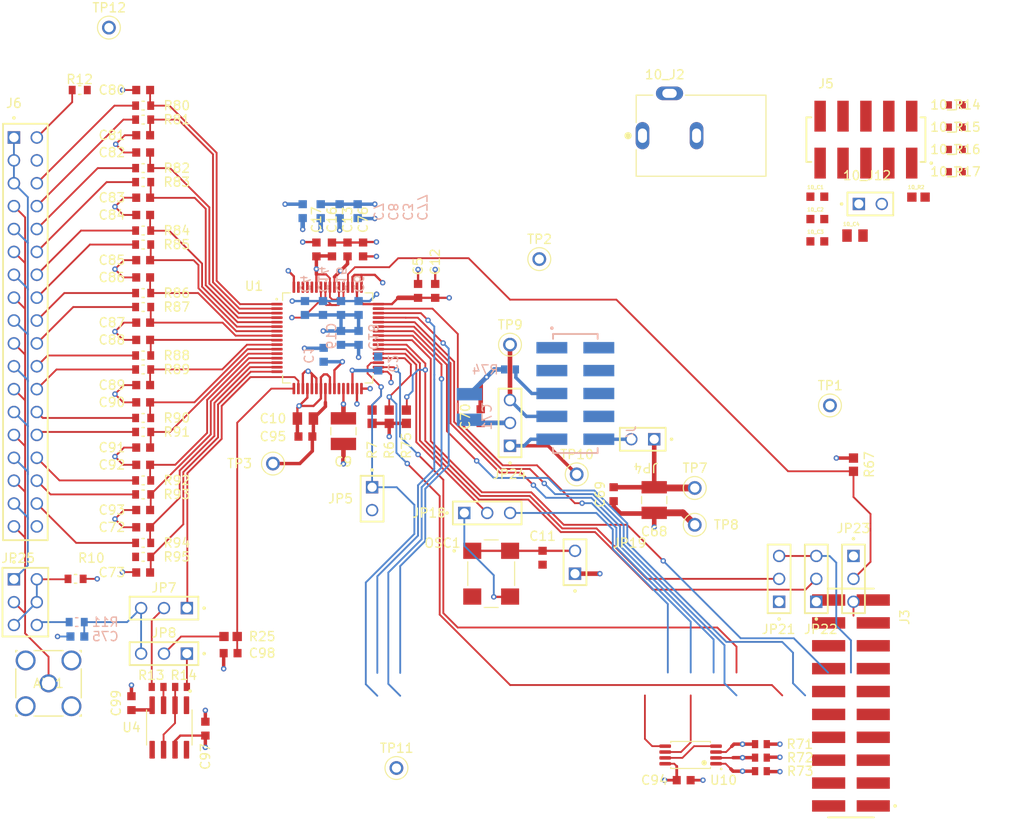
<source format=kicad_pcb>
(kicad_pcb (version 20240108) (generator "pcbnew") (generator_version "8.0")
  (layers (0 "F.Cu" signal) (1 "In1.Cu" signal) (2 "In2.Cu" signal) (31 "B.Cu" signal) (34 "B.Paste" user) (35 "F.Paste" user) (36 "B.SilkS" user "B.Silkscreen") (37 "F.SilkS" user "F.Silkscreen") (38 "B.Mask" user) (39 "F.Mask" user) (44 "Edge.Cuts" user))
  (net 0 "")
  (net 1 "11")
  (net 2 "AVSS")
  (net 3 "VCAP4")
  (net 4 "GNDA")
  (net 5 "VCAP2")
  (net 6 "VCAP3")
  (net 7 "AVDD")
  (net 8 "VCAP1")
  (net 9 "VREFP")
  (net 10 "Net-(OSC1-E{slash}D)")
  (net 11 "AIN1N")
  (net 12 "AIN1P")
  (net 13 "REF_ELEC")
  (net 14 "AIN8N")
  (net 15 "AIN8P")
  (net 16 "AIN7N")
  (net 17 "AIN7P")
  (net 18 "AIN6N")
  (net 19 "AIN6P")
  (net 20 "AIN5N")
  (net 21 "AIN5P")
  (net 22 "AIN4N")
  (net 23 "AIN4P")
  (net 24 "AIN3N")
  (net 25 "AIN3P")
  (net 26 "AIN2N")
  (net 27 "AIN2P")
  (net 28 "Net-(U4-V-)")
  (net 29 "36")
  (net 30 "10")
  (net 31 "20")
  (net 32 "1")
  (net 33 "24")
  (net 34 "28")
  (net 35 "14")
  (net 36 "32")
  (net 37 "26")
  (net 38 "18")
  (net 39 "6")
  (net 40 "22")
  (net 41 "8")
  (net 42 "12")
  (net 44 "30")
  (net 45 "34")
  (net 46 "16")
  (net 47 "Net-(J6-Pad02)")
  (net 48 "SRB2")
  (net 49 "{slash}PWDN")
  (net 50 "Net-(JP8-Pad02)")
  (net 51 "Net-(U4--IN)")
  (net 52 "EXT_CLK")
  (net 53 "CLK")
  (net 54 "Net-(OSC1-OUTPUT)")
  (net 55 "DVDD")
  (net 56 "Net-(JP25-Pad02)")
  (net 57 "Net-(JP25-Pad06)")
  (net 58 "{slash}RESET")
  (net 59 "BIAS_SHD")
  (net 60 "Net-(U4-+IN)")
  (net 61 "SRB1")
  (net 62 "SPI_CS")
  (net 64 "GPIO1")
  (net 65 "SPI_START")
  (net 66 "GPIO4")
  (net 67 "DAISY_IN")
  (net 68 "CLKSEL")
  (net 69 "GPIO3")
  (net 70 "GPIO2")
  (net 71 "SPI_DRDY")
  (net 72 "SPI_IN")
  (net 73 "SPI_CLK")
  (net 74 "SPI_OUT")
  (net 76 "Net-(JP8-Pad01)")
  (net 77 "Net-(JP7-Pad02)")
  (net 78 "GND")
  (net 79 "+5V")
  (net 80 "Net-(U2-ENABLE)")
  (net 81 "Net-(J3-Pin_14)")
  (net 83 "/SCL")
  (net 84 "/SDA")
  (net 85 "Net-(J4-Pin_10)")
  (net 86 "Net-(J3-Pin_1)")
  (net 87 "Net-(J3-Pin_7)")
  (net 88 "Net-(J3-Pin_2)")
  (net 89 "Net-(J4-Pin_7)")
  (net 90 "Net-(J4-Pin_9)")
  (net 96 "Net-(U2-NR{slash}ADJUST)")
  (net 97 "Net-(U2-VOUT)")
  (net 98 "{slash}MR1")
  (net 99 "{slash}MR2")
  (net 100 "+1V5")
  (net 101 "FB2")
  (net 102 "FB1")
  (footprint "5000:KEYSTONE_5000" (layer "F.Cu") (at 154.4 66.4)
    (property "Reference" "TP10")
    (property "Value" "5001" (hide yes))
  )
  (footprint "5001:KEYSTONE_5001" (layer "F.Cu") (at 150.25 42.5)
    (property "Reference" "TP2")
    (property "Value" "5001" (hide yes))
  )
  (footprint "SSW-105-22-F-D-VS-K:SAMTEC_SSW-105-22-F-D-VS-K" (layer "F.Cu") (at 186.4894 29.2388)
    (property "Reference" "J5")
    (property "Value" "~")
  )
  (footprint "RC0603FR-074K99L:RESC1608X60N" (layer "F.Cu") (at 106.3 75.559694 180)
    (property "Reference" "R95")
    (property "Value" "4.99K" (hide yes))
  )
  (footprint "5001:KEYSTONE_5001" (layer "F.Cu") (at 102.5 16.8)
    (property "Reference" "TP12")
    (property "Value" "5001" (hide yes))
  )
  (footprint "RC0603FR-079K31L:RC0603N_YAG" (layer "F.Cu") (at 196.4253 25.3804)
    (property "Reference" "10_R14")
    (property "Value" "9.31K")
  )
  (footprint "PJ_102B:CUI_PJ-102B" (layer "F.Cu") (at 168.2 28.8)
    (property "Reference" "10_J2")
    (property "Value" "PJ-102B")
  )
  (footprint "RC0603FR-074K99L:RESC1608X60N" (layer "F.Cu") (at 106.3 61.690278 180)
    (property "Reference" "R91")
    (property "Value" "4.99K" (hide yes))
  )
  (footprint "TSW-102-07-T-S:SAMTEC_TSW-102-07-T-S" (layer "F.Cu") (at 161.73 62.5 180)
    (property "Reference" "JP4")
    (property "Value" "TSW-102-07-T-S" (hide yes))
  )
  (footprint "GRM188R71H472KA01D:CAPC1608X90N" (layer "F.Cu") (at 106.3 28.750415)
    (property "Reference" "C81")
    (property "Value" "4.7nF" (hide yes))
  )
  (footprint "TSW-102-07-T-S:SAMTEC_TSW-102-07-T-S" (layer "F.Cu") (at 186.9794 36.3788)
    (property "Reference" "10_J12")
    (property "Value" "TSW-102-07-T-S")
  )
  (footprint "RC0603FR-074K99L:RESC1608X60N" (layer "F.Cu") (at 106.3 67.072509 180)
    (property "Reference" "R92")
    (property "Value" "4.99K" (hide yes))
  )
  (footprint "GRM188R71H472KA01D:CAPC1608X90N" (layer "F.Cu") (at 106.3 51.469416 180)
    (property "Reference" "C88")
    (property "Value" "4.7nF" (hide yes))
  )
  (footprint "5001:KEYSTONE_5001" (layer "F.Cu") (at 182.5 58.75)
    (property "Reference" "TP1")
    (property "Value" "5001" (hide yes))
  )
  (footprint "GRM188R71H472KA01D:CAPC1608X90N" (layer "F.Cu") (at 106.3 30.665292 180)
    (property "Reference" "C82")
    (property "Value" "4.7nF" (hide yes))
  )
  (footprint "RC0402JR-070RL:RESC1005X40" (layer "F.Cu") (at 174.84 99.35 180)
    (property "Reference" "R73")
    (property "Value" "0" (hide yes))
  )
  (footprint "24AA256-I_ST:SOP8P65_300X640X120L60X24N" (layer "F.Cu") (at 167.04 97.55 180)
    (property "Reference" "U10")
    (property "Value" "24AA256-I/ST" (hide yes))
  )
  (footprint "GRM188R61E105KA12D:CAPC1608X90N" (layer "F.Cu") (at 150.6125 75.655 -90)
    (property "Reference" "C11")
    (property "Value" "1uF" (hide yes))
  )
  (footprint "GRM188R71H472KA01D:CAPC1608X90N" (layer "F.Cu") (at 106.3 49.554539)
    (property "Reference" "C87")
    (property "Value" "4.7nF" (hide yes))
  )
  (footprint "TSW-102-07-T-S:SAMTEC_TSW-102-07-T-S" (layer "F.Cu") (at 154.2125 76.155 90)
    (property "Reference" "JP19")
    (property "Value" "TSW-102-07-T-S" (hide yes))
  )
  (footprint "RC0603FR-0710KL:RESC1607X60N" (layer "F.Cu") (at 192.3224 35.6198)
    (property "Reference" "10_R2")
    (property "Value" "10K")
  )
  (footprint "132134:132134_AMP" (layer "F.Cu") (at 95.8 89.6)
    (property "Reference" "AIN1")
    (property "Value" "AIN1" (hide yes))
  )
  (footprint "5000:KEYSTONE_5000" (layer "F.Cu") (at 167.5 67.91)
    (property "Reference" "TP7")
    (property "Value" "5001" (hide yes))
  )
  (footprint "TSW-103-07-T-S:SAMTEC_TSW-103-07-T-S" (layer "F.Cu") (at 176.86 78 90)
    (property "Reference" "JP21")
    (property "Value" "TSW-103-07-T-S" (hide yes))
  )
  (footprint "GRM188R71H472KA01D:CAPC1608X90N" (layer "F.Cu") (at 106.3 65.338832 180)
    (property "Reference" "C92")
    (property "Value" "4.7nF" (hide yes))
  )
  (footprint "RC0603FR-074K99L:RESC1608X60N" (layer "F.Cu") (at 106.3 40.886154 180)
    (property "Reference" "R85")
    (property "Value" "4.99K" (hide yes))
  )
  (footprint "GRM188R71H104KA93D:CAPC1608X90N" (layer "F.Cu") (at 124.3 62.2 180)
    (property "Reference" "C95")
    (property "Value" "0.1uF" (hide yes))
  )
  (footprint "TSW-103-07-T-S:SAMTEC_TSW-103-07-T-S" (layer "F.Cu") (at 108.61 81.25 180)
    (property "Reference" "JP7")
    (property "Value" "TSW-103-07-T-S" (hide yes))
  )
  (footprint "OPA376AID:SOIC127P599X175-8N" (layer "F.Cu") (at 109.2 94.5 -90)
    (property "Reference" "U4")
    (property "Value" "OPA376" (hide yes))
  )
  (footprint "GRM188R71H472KA01D:CAPC1608X90N" (layer "F.Cu") (at 106.3 70.358663)
    (property "Reference" "C93")
    (property "Value" "4.7nF" (hide yes))
  )
  (footprint "RC0603FR-074K99L:RESC1608X60N" (layer "F.Cu") (at 106.3 60.137801 180)
    (property "Reference" "R90")
    (property "Value" "4.99K" (hide yes))
  )
  (footprint "GRM188R71H472KA01D:CAPC1608X90N" (layer "F.Cu") (at 106.3 72.27354 180)
    (property "Reference" "C72")
    (property "Value" "4.7nF" (hide yes))
  )
  (footprint "SSW-118-21-F-D:SAMTEC_SSW-118-21-F-D" (layer "F.Cu") (at 94.96 29 90)
    (property "Reference" "J6")
    (property "Value" "36PIN_IDC" (hide yes))
  )
  (footprint "5000:KEYSTONE_5000" (layer "F.Cu") (at 120.7 65.2)
    (property "Reference" "TP3")
    (property "Value" "5000" (hide yes))
  )
  (footprint "RC0603FR-0710KL:RESC1607X60N" (layer "F.Cu") (at 131.7 60 90)
    (property "Reference" "R7")
    (property "Value" "10K" (hide yes))
  )
  (footprint "GRM188R61E105KA12D:CAPC1608X90N" (layer "F.Cu") (at 105 91.8 90)
    (property "Reference" "C99")
    (property "Value" "1uF" (hide yes))
  )
  (footprint "RC0603JR-070RL:RESC1607X60N" (layer "F.Cu") (at 116 84.4 180)
    (property "Reference" "R25")
    (property "Value" "0" (hide yes))
  )
  (footprint "GRM188R71H104KA93D:CAPC1608X90N" (layer "F.Cu") (at 143.75 59.9375 90)
    (property "Reference" "C70")
    (property "Value" "0.1uF" (hide yes))
  )
  (footprint "RC0603FR-074K99L:RESC1608X60N" (layer "F.Cu") (at 106.3 46.268385 180)
    (property "Reference" "R86")
    (property "Value" "4.99K" (hide yes))
  )
  (footprint "GRM188R71H103KA01D:CAPC1608X90N" (layer "F.Cu") (at 181.0994 38.0538)
    (property "Reference" "10_C2")
    (property "Value" "0.01uF")
  )
  (footprint "TSW-103-07-T-S:SAMTEC_TSW-103-07-T-S" (layer "F.Cu") (at 147 60.6875 90)
    (property "Reference" "JP24")
    (property "Value" "TSW-103-07-T-S" (hide yes))
  )
  (footprint "RC0603FR-074K99L:RESC1608X60N" (layer "F.Cu") (at 106.3 54.75557 180)
    (property "Reference" "R89")
    (property "Value" "4.99K" (hide yes))
  )
  (footprint "GRM188R71H472KA01D:CAPC1608X90N" (layer "F.Cu") (at 106.3 23.730584 180)
    (property "Reference" "C80")
    (property "Value" "4.7nF" (hide yes))
  )
  (footprint "RC0603FR-074K99L:RESC1608X60N" (layer "F.Cu") (at 106.3 68.624986 180)
    (property "Reference" "R93")
    (property "Value" "4.99K" (hide yes))
  )
  (footprint "GRM188R71H104KA93D:CAPC1608X90N" (layer "F.Cu") (at 166.27 100.35)
    (property "Reference" "C94")
    (property "Value" "0.1uF" (hide yes))
  )
  (footprint "RC0603FR-074K99L:RESC1608X60N" (layer "F.Cu") (at 106.3 33.951446 180)
    (property "Reference" "R83")
    (property "Value" "4.99K" (hide yes))
  )
  (footprint "RC0603FR-074K99L:RESC1608X60N" (layer "F.Cu") (at 106.3 74.007217 180)
    (property "Reference" "R94")
    (property "Value" "4.99K" (hide yes))
  )
  (footprint "RC0402JR-070RL:RESC1005X40" (layer "F.Cu") (at 174.84 97.85 180)
    (property "Reference" "R72")
    (property "Value" "0" (hide yes))
  )
  (footprint "GRM219R61A106KE44D:CAPC2012X95N" (layer "F.Cu") (at 124.3 60.2 180)
    (property "Reference" "C10")
    (property "Value" "10uF" (hide yes))
  )
  (footprint "RC0603FR-074K99L:RESC1608X60N" (layer "F.Cu") (at 106.3 39.333677 180)
    (property "Reference" "R84")
    (property "Value" "4.99K" (hide yes))
  )
  (footprint "LMK325BJ107MM_T:CAPC3225X280N" (layer "F.Cu") (at 163 69.25 -90)
    (property "Reference" "C68")
    (property "Value" "100uF" (hide yes))
  )
  (footprint "GRM188R61E105KA12D:CAPC1608X90N" (layer "F.Cu") (at 130.7 41.43 -90)
    (property "Reference" "C76")
    (property "Value" "1uF" (hide yes))
  )
  (footprint "ADS1299CPAG:QFP64P50_1200X1200X120L60X22N" (layer "F.Cu") (at 126.77 51.25)
    (property "Reference" "U1")
    (property "Value" "ADS1299IPAG" (hide yes))
  )
  (footprint "GRM188R71H472KA01D:CAPC1608X90N" (layer "F.Cu") (at 106.3 58.404124 180)
    (property "Reference" "C90")
    (property "Value" "4.7nF" (hide yes))
  )
  (footprint "GRM188R71H472KA01D:CAPC1608X90N" (layer "F.Cu") (at 106.3 63.423955)
    (property "Reference" "C91")
    (property "Value" "4.7nF" (hide yes))
  )
  (footprint "RC0603FR-074K99L:RESC1608X60N" (layer "F.Cu") (at 106.3 47.820862 180)
    (property "Reference" "R87")
    (property "Value" "4.99K" (hide yes))
  )
  (footprint "FXO-HC735:XTAL_FXO-HC735-8" (layer "F.Cu") (at 144.9125 77.425 -90)
    (property "Reference" "OSC1")
    (property "Value" "HC735-2.048MHZ" (hide yes))
  )
  (footprint "TSW-103-07-T-S:SAMTEC_TSW-103-07-T-S" (layer "F.Cu") (at 108.61 86.3 180)
    (property "Reference" "JP8")
    (property "Value" "TSW-103-07-T-S" (hide yes))
  )
  (footprint "TSW-103-07-T-D:SAMTEC_TSW-103-07-T-D" (layer "F.Cu") (at 93.23 80.5875 -90)
    (property "Reference" "JP25")
    (property "Value" "TSW-103-07-T-D" (hide yes))
  )
  (footprint "RC0603FR-074K99L:RESC1608X60N" (layer "F.Cu") (at 99.2618 23.730584)
    (property "Reference" "R12")
    (property "Value" "4.99K" (hide yes))
  )
  (footprint "GRM188R71H104KA93D:CAPC1608X90N" (layer "F.Cu") (at 158.5 68.6 -90)
    (property "Reference" "C69")
    (property "Value" "0.1uF" (hide yes))
  )
  (footprint "GRM188R71H472KA01D:CAPC1608X90N" (layer "F.Cu") (at 106.3 42.619831)
    (property "Reference" "C85")
    (property "Value" "4.7nF" (hide yes))
  )
  (footprint "GRM188R71H472KA01D:CAPC1608X90N" (layer "F.Cu") (at 106.3 77.293394)
    (property "Reference" "C73")
    (property "Value" "4.7nF" (hide yes))
  )
  (footprint "5001:KEYSTONE_5001" (layer "F.Cu") (at 134.4 99)
    (property "Reference" "TP11")
    (property "Value" "5001" (hide yes))
  )
  (footprint "RC0603FR_0751K1L:RC0603N_YAG" (layer "F.Cu") (at 196.4253 27.8536)
    (property "Reference" "10_R15")
    (property "Value" "51.1K")
  )
  (footprint "TSM-110-01-T-DV-P-TR:SAMTEC_TSM-110-01-T-DV-P-TR" (layer "F.Cu") (at 184.83 91.78 -90)
    (property "Reference" "J3")
    (property "Value" "Conn_02x10_Odd_Even")
  )
  (footprint "GRM188R61E105KA12D:CAPC1608X90N" (layer "F.Cu") (at 125.52 41.43 90)
    (property "Reference" "C17")
    (property "Value" "1uF" (hide yes))
  )
  (footprint "RC0402JR-070RL:RESC1005X40" (layer "F.Cu") (at 110.5 90 180)
    (property "Reference" "R14")
    (property "Value" "0" (hide yes))
  )
  (footprint "RC0603FR-0710KL:RESC1607X60N" (layer "F.Cu") (at 135.5 60 90)
    (property "Reference" "R75")
    (property "Value" "10K" (hide yes))
  )
  (footprint "RC0603FR-074K99L:RESC1608X60N" (layer "F.Cu") (at 98.8 78)
    (property "Reference" "R10")
    (property "Value" "4.99K" (hide yes))
  )
  (footprint "GRM188R71H472KA01D:CAPC1608X90N" (layer "F.Cu") (at 106.3 35.685123)
    (property "Reference" "C83")
    (property "Value" "4.7nF" (hide yes))
  )
  (footprint "RC0402JR-070RL:RESC1005X40" (layer "F.Cu") (at 107.9 90 180)
    (property "Reference" "R13")
    (property "Value" "0" (hide yes))
  )
  (footprint "RC0603FR-0710KL:RESC1607X60N" (layer "F.Cu") (at 133.6 60 90)
    (property "Reference" "R6")
    (property "Value" "10K" (hide yes))
  )
  (footprint "5001:KEYSTONE_5001" (layer "F.Cu") (at 167.5 72)
    (property "Reference" "TP8")
    (property "Value" "5001" (hide yes))
  )
  (footprint "GRM188R71H472KA01D:CAPC1608X90N" (layer "F.Cu") (at 106.3 56.489247)
    (property "Reference" "C89")
    (property "Value" "4.7nF" (hide yes))
  )
  (footprint "TSW-102-07-T-S:SAMTEC_TSW-102-07-T-S" (layer "F.Cu") (at 131.7 69.1 -90)
    (property "Reference" "JP5")
    (property "Value" "TSW-102-07-T-S" (hide yes))
  )
  (footprint "RC0603FR-074K99L:RESC1608X60N" (layer "F.Cu") (at 106.3 32.398969 180)
    (property "Reference" "R82")
    (property "Value" "4.99K" (hide yes))
  )
  (footprint "GRM219R61A106KE44D:CAPC2012X95N" (layer "F.Cu") (at 185.2794 39.8888)
    (property "Reference" "10_C4")
    (property "Value" "10uF")
  )
  (footprint "GRM188R71H104KA93D:CAPC1608X90N" (layer "F.Cu") (at 181.0994 35.5738)
    (property "Reference" "10_C1")
    (property "Value" "0.1uF")
  )
  (footprint "RC0603FR-074K99L:RESC1608X60N" (layer "F.Cu") (at 106.3 25.464261 180)
    (property "Reference" "R80")
    (property "Value" "4.99K" (hide yes))
  )
  (footprint "GRM188R71H472KA01D:CAPC1608X90N" (layer "F.Cu") (at 106.3 44.534708 180)
    (property "Reference" "C86")
    (property "Value" "4.7nF" (hide yes))
  )
  (footprint "5000:KEYSTONE_5000" (layer "F.Cu") (at 147 52)
    (property "Reference" "TP9")
    (property "Value" "5001" (hide yes))
  )
  (footprint "GRM188R61E105KA12D:CAPC1608X90N" (layer "F.Cu") (at 136.8 46.03 90)
    (property "Reference" "C5")
    (property "Value" "1uF" (hide yes))
  )
  (footprint "GRM188R71H104KA93D:CAPC1608X90N" (layer "F.Cu") (at 181.0994 40.5338)
    (property "Reference" "10_C3")
    (property "Value" "0.1uF")
  )
  (footprint "RC0603FR-0730K1L:RC0603N_YAG" (layer "F.Cu") (at 196.4253 30.3268)
    (property "Reference" "10_R16")
    (property "Value" "30.1K")
  )
  (footprint "RC0402JR-070RL:RESC1005X40" (layer "F.Cu") (at 174.84 96.35 180)
    (property "Reference" "R71")
    (property "Value" "0" (hide yes))
  )
  (footprint "GRM188R71H104KA93D:CAPC1608X90N" (layer "F.Cu") (at 127.246666 41.43 90)
    (property "Reference" "C16")
    (property "Value" "0.1uF" (hide yes))
  )
  (footprint "TSW-103-07-T-S:SAMTEC_TSW-103-07-T-S" (layer "F.Cu") (at 185.11 78 -90)
    (property "Reference" "JP23")
    (property "Value" "TSW-103-07-T-S" (hide yes))
  )
  (footprint "GRM188R71H104KA93D:CAPC1608X90N" (layer "F.Cu") (at 116 86.25 180)
    (property "Reference" "C98")
    (property "Value" "0.01uF" (hide yes))
  )
  (footprint "GRM188R71H472KA01D:CAPC1608X90N" (layer "F.Cu") (at 106.3 37.6 180)
    (property "Reference" "C84")
    (property "Value" "4.7nF" (hide yes))
  )
  (footprint "TSW-103-07-T-S:SAMTEC_TSW-103-07-T-S" (layer "F.Cu") (at 144.4725 70.685)
    (property "Reference" "JP18")
    (property "Value" "TSW-103-07-T-S" (hide yes))
  )
  (footprint "LMK325BJ107MM_T:CAPC3225X280N" (layer "F.Cu") (at 128.52 61.6 -90)
    (property "Reference" "C9")
    (property "Value" "100uF" (hide yes))
  )
  (footprint "RC0603FR-074K99L:RESC1608X60N" (layer "F.Cu") (at 106.3 27.016738 180)
    (property "Reference" "R81")
    (property "Value" "4.99K" (hide yes))
  )
  (footprint "GRM188R61E105KA12D:CAPC1608X90N" (layer "F.Cu") (at 113.2 94.63 90)
    (property "Reference" "C97")
    (property "Value" "1uF" (hide yes))
  )
  (footprint "GRM188R71H104KA93D:CAPC1608X90N" (layer "F.Cu") (at 128.973332 41.43 90)
    (property "Reference" "C13")
    (property "Value" "0.1uF" (hide yes))
  )
  (footprint "RC0603FR-0710KL:RESC1607X60N" (layer "F.Cu") (at 185.11 65.325 -90)
    (property "Reference" "R67")
    (property "Value" "10K" (hide yes))
  )
  (footprint "RC0603FR-0730K1L:RC0603N_YAG" (layer "F.Cu") (at 196.4253 32.8)
    (property "Reference" "10_R17")
    (property "Value" "30.1K")
  )
  (footprint "RC0603FR-074K99L:RESC1608X60N" (layer "F.Cu") (at 106.3 53.203093 180)
    (property "Reference" "R88")
    (property "Value" "4.99K" (hide yes))
  )
  (footprint "TSW-103-07-T-S:SAMTEC_TSW-103-07-T-S" (layer "F.Cu") (at 180.985 78 90)
    (property "Reference" "JP22")
    (property "Value" "TSW-103-07-T-S" (hide yes))
  )
  (footprint "GRM188R71H104KA93D:CAPC1608X90N" (layer "F.Cu") (at 138.7 46.03 90)
    (property "Reference" "C12")
    (property "Value" "0.1uF" (hide yes))
  )
  (footprint "GRM188R71H472KA01D:CAPC1608X90N" (layer "B.Cu") (at 99 84.4 180)
    (property "Reference" "C75")
    (property "Value" "4.7nF" (hide yes))
  )
  (footprint "GRM188R61E105KA12D:CAPC1608X90N" (layer "B.Cu") (at 130.1 37.175 -90)
    (property "Reference" "C77")
    (property "Value" "1uF" (hide yes))
  )
  (footprint "SSW-105-22-F-D-VS-K:SAMTEC_SSW-105-22-F-D-VS-K" (layer "B.Cu") (at 154.25 57.42 90)
    (property "Reference" "J4")
    (property "Value" "~" (hide yes))
  )
  (footprint "GRM188R61E105KA12D:CAPC1608X90N" (layer "B.Cu") (at 126.325 53.125 90)
    (property "Reference" "C1")
    (property "Value" "1uF" (hide yes))
  )
  (footprint "GRM188R71H104KA93D:CAPC1608X90N" (layer "B.Cu") (at 126.25 47.93 90)
    (property "Reference" "C14")
    (property "Value" "0.1uF" (hide yes))
  )
  (footprint "RC0402JR-070RL:RESC1005X40" (layer "B.Cu") (at 147 54.75 180)
    (property "Reference" "R74")
    (property "Value" "0" (hide yes))
  )
  (footprint "GRM188R61E105KA12D:CAPC1608X90N" (layer "B.Cu") (at 126 37.175 90)
    (property "Reference" "C8")
    (property "Value" "1uF" (hide yes))
  )
  (footprint "GRM188R61E105KA12D:CAPC1608X90N" (layer "B.Cu") (at 132.375 54.1 90)
    (property "Reference" "C2")
    (property "Value" "1uF" (hide yes))
  )
  (footprint "GRM188R61E105KA12D:CAPC1608X90N" (layer "B.Cu") (at 124 37.175 90)
    (property "Reference" "C7")
    (property "Value" "1uF" (hide yes))
  )
  (footprint "GRM188R71H104KA93D:CAPC1608X90N" (layer "B.Cu") (at 128.25 51.25 -90)
    (property "Reference" "C19")
    (property "Value" "0.1uF" (hide yes))
  )
  (footprint "GRM188R71H104KA93D:CAPC1608X90N" (layer "B.Cu") (at 130.2 51.25 -90)
    (property "Reference" "C18")
    (property "Value" "0.1uF" (hide yes))
  )
  (footprint "GRM188R61E105KA12D:CAPC1608X90N" (layer "B.Cu") (at 128.1 37.175 90)
    (property "Reference" "C3")
    (property "Value" "1uF" (hide yes))
  )
  (footprint "GRM188R71H104KA93D:CAPC1608X90N" (layer "B.Cu") (at 128.25 47.93 90)
    (property "Reference" "C15")
    (property "Value" "0.1uF" (hide yes))
  )
  (footprint "RC0603FR-074K99L:RESC1608X60N" (layer "B.Cu") (at 98.925 82.8)
    (property "Reference" "R11")
    (property "Value" "4.99K" (hide yes))
  )
  (footprint "GRM188R61E105KA12D:CAPC1608X90N" (layer "B.Cu") (at 124.25 47.93 90)
    (property "Reference" "C4")
    (property "Value" "1uF" (hide yes))
  )
  (footprint "GRM188R61E105KA12D:CAPC1608X90N" (layer "B.Cu") (at 130.2 47.93 90)
    (property "Reference" "C6")
    (property "Value" "1uF" (hide yes))
  )
  (footprint "LMK325BJ107MM_T:CAPC3225X280N" (layer "B.Cu") (at 142.5 58.92 90)
    (property "Reference" "C71")
    (property "Value" "100uF" (hide yes))
  )
  (gr_line (start 107.3 92.55) (end 104.95 92.55) (stroke (width 0.381)) (layer "F.Cu") (net 28))
  (segment (start 93.2 42.94) (end 91.96 41.7) (width 0.2032) (layer "F.Cu") (net 1))
  (segment (start 93.2 37.86) (end 91.96 36.62) (width 0.2032) (layer "F.Cu") (net 1))
  (segment (start 93.2 48.02) (end 93.2 42.94) (width 0.2032) (layer "F.Cu") (net 1))
  (segment (start 93.2 84.05) (end 95.8 86.65) (width 0.2032) (layer "F.Cu") (net 1))
  (segment (start 93.2 68.34) (end 93.2 63.26) (width 0.2032) (layer "F.Cu") (net 1))
  (segment (start 93.2 73.42) (end 93.2 68.34) (width 0.2032) (layer "F.Cu") (net 1))
  (segment (start 93.2 42.94) (end 93.2 37.86) (width 0.2032) (layer "F.Cu") (net 1))
  (segment (start 93.2 58.18) (end 91.96 56.94) (width 0.2032) (layer "F.Cu") (net 1))
  (segment (start 93.2 68.34) (end 91.96 67.1) (width 0.2032) (layer "F.Cu") (net 1))
  (segment (start 93.2 63.26) (end 93.2 58.18) (width 0.2032) (layer "F.Cu") (net 1))
  (segment (start 93.2 58.18) (end 93.2 53.1) (width 0.2032) (layer "F.Cu") (net 1))
  (segment (start 93.2 48.02) (end 91.96 46.78) (width 0.2032) (layer "F.Cu") (net 1))
  (segment (start 95.8 86.65) (end 95.8 89.6) (width 0.2032) (layer "F.Cu") (net 1))
  (segment (start 93.2 53.1) (end 91.96 51.86) (width 0.2032) (layer "F.Cu") (net 1))
  (segment (start 91.96 80.5875) (end 93.2 81.8275) (width 0.2032) (layer "F.Cu") (net 1))
  (segment (start 93.2 73.42) (end 91.96 72.18) (width 0.2032) (layer "F.Cu") (net 1))
  (segment (start 93.2 63.26) (end 91.96 62.02) (width 0.2032) (layer "F.Cu") (net 1))
  (segment (start 93.2 81.8275) (end 93.2 73.42) (width 0.2032) (layer "F.Cu") (net 1))
  (segment (start 93.2 81.8275) (end 93.2 84.05) (width 0.2032) (layer "F.Cu") (net 1))
  (segment (start 93.2 53.1) (end 93.2 48.02) (width 0.2032) (layer "F.Cu") (net 1))
  (segment (start 123.6 58.8) (end 123.412 58.988) (width 0.254) (layer "F.Cu") (net 2))
  (segment (start 127.720771 47.6) (end 128 47.6) (width 0.2032) (layer "F.Cu") (net 2))
  (segment (start 127.720771 47.6) (end 127.2 47.6) (width 0.2032) (layer "F.Cu") (net 2))
  (segment (start 126.02 56.88) (end 126.02 57.98) (width 0.254) (layer "F.Cu") (net 2))
  (segment (start 123.412 62.082) (end 123.53 62.2) (width 0.381) (layer "F.Cu") (net 2))
  (segment (start 130.52 56.88) (end 131.48 56.88) (width 0.254) (layer "F.Cu") (net 2))
  (segment (start 127.02 55.62) (end 127.02 56.88) (width 0.254) (layer "F.Cu") (net 2))
  (segment (start 126.7 55.3) (end 127.02 55.62) (width 0.254) (layer "F.Cu") (net 2))
  (segment (start 130.7 40.6) (end 132.18 40.6) (width 0.254) (layer "F.Cu") (net 2))
  (segment (start 126.02 45.62) (end 126.02 47.02) (width 0.2032) (layer "F.Cu") (net 2))
  (segment (start 126.35 55.3) (end 126.7 55.3) (width 0.254) (layer "F.Cu") (net 2))
  (segment (start 127.2 47.6) (end 126.52 46.92) (width 0.2032) (layer "F.Cu") (net 2))
  (segment (start 126.52 46.92) (end 126.52 45.62) (width 0.2032) (layer "F.Cu") (net 2))
  (segment (start 123.412 60.2) (end 123.412 62.082) (width 0.381) (layer "F.Cu") (net 2))
  (segment (start 128.52 47.08) (end 128.52 45.62) (width 0.2032) (layer "F.Cu") (net 2))
  (segment (start 123.412 58.988) (end 123.412 60.2) (width 0.254) (layer "F.Cu") (net 2))
  (segment (start 126.6 47.6) (end 127.720771 47.6) (width 0.2032) (layer "F.Cu") (net 2))
  (segment (start 126.02 47.02) (end 124.04 49) (width 0.2032) (layer "F.Cu") (net 2))
  (segment (start 126.02 47.02) (end 126.6 47.6) (width 0.2032) (layer "F.Cu") (net 2))
  (segment (start 126.02 57.98) (end 125.2 58.8) (width 0.254) (layer "F.Cu") (net 2))
  (segment (start 123.6 58.8) (end 123.412 58.988) (width 0.254) (layer "F.Cu") (net 2))
  (segment (start 126.02 55.63) (end 126.35 55.3) (width 0.254) (layer "F.Cu") (net 2))
  (segment (start 128.52 63.02) (end 128.52 65.23) (width 0.508) (layer "F.Cu") (net 2))
  (segment (start 124.52 56.88) (end 124.52 57.88) (width 0.254) (layer "F.Cu") (net 2))
  (segment (start 127.246666 40.66) (end 130.7 40.66) (width 0.254) (layer "F.Cu") (net 2))
  (segment (start 126.02 56.88) (end 126.02 55.63) (width 0.254) (layer "F.Cu") (net 2))
  (segment (start 125.2 58.8) (end 123.6 58.8) (width 0.254) (layer "F.Cu") (net 2))
  (segment (start 124.52 57.88) (end 123.6 58.8) (width 0.254) (layer "F.Cu") (net 2))
  (segment (start 128 47.6) (end 128.52 47.08) (width 0.2032) (layer "F.Cu") (net 2))
  (segment (start 124.04 49) (end 122.8 49) (width 0.2032) (layer "F.Cu") (net 2))
  (via (at 132 36.4) (size 0.6) (drill 0.3) (layers "F.Cu" "B.Cu") (net 2))
  (via (at 132.18 40.6) (size 0.6) (drill 0.3) (layers "F.Cu" "B.Cu") (net 2))
  (via (at 123.6 58.8) (size 0.6) (drill 0.3) (layers "F.Cu" "B.Cu") (net 2))
  (via (at 124.2 52.4) (size 0.6) (drill 0.3) (layers "F.Cu" "B.Cu") (net 2))
  (via (at 122.84 47.16) (size 0.6) (drill 0.3) (layers "F.Cu" "B.Cu") (net 2))
  (via (at 122.8 49) (size 0.6) (drill 0.3) (layers "F.Cu" "B.Cu") (net 2))
  (via (at 132.2 46.4) (size 0.6) (drill 0.3) (layers "F.Cu" "B.Cu") (net 2))
  (via (at 131.48 56.88) (size 0.6) (drill 0.3) (layers "F.Cu" "B.Cu") (net 2))
  (via (at 128.52 65.23) (size 0.6) (drill 0.3) (layers "F.Cu" "B.Cu") (net 2))
  (segment (start 124.25 47.16) (end 122.84 47.16) (width 0.254) (layer "B.Cu") (net 2))
  (segment (start 124.2 52.4) (end 126.275 52.4) (width 0.381) (layer "B.Cu") (net 2))
  (segment (start 130.2 47.16) (end 128.25 47.16) (width 0.254) (layer "B.Cu") (net 2))
  (segment (start 128.1 36.405) (end 130.1 36.405) (width 0.381) (layer "B.Cu") (net 2))
  (segment (start 126.25 47.16) (end 124.25 47.16) (width 0.254) (layer "B.Cu") (net 2))
  (segment (start 128.25 47.16) (end 126.25 47.16) (width 0.254) (layer "B.Cu") (net 2))
  (segment (start 131.44 47.16) (end 130.2 47.16) (width 0.254) (layer "B.Cu") (net 2))
  (segment (start 130.17 47.16) (end 130.2 47.19) (width 0.254) (layer "B.Cu") (net 2))
  (segment (start 130.1 36.405) (end 131.995 36.405) (width 0.381) (layer "B.Cu") (net 2))
  (segment (start 132.2 46.4) (end 131.44 47.16) (width 0.254) (layer "B.Cu") (net 2))
  (segment (start 126 36.405) (end 128.1 36.405) (width 0.381) (layer "B.Cu") (net 2))
  (segment (start 131.995 36.405) (end 132 36.4) (width 0.381) (layer "B.Cu") (net 2))
  (segment (start 127.52 54.83) (end 127.52 56.88) (width 0.254) (layer "F.Cu") (net 3))
  (segment (start 128.4 53.95) (end 127.52 54.83) (width 0.254) (layer "F.Cu") (net 3))
  (segment (start 128.4 53.895) (end 128.4 53.95) (width 0.254) (layer "F.Cu") (net 3))
  (via (at 128.4 53.895) (size 0.6) (drill 0.3) (layers "F.Cu" "B.Cu") (net 3))
  (segment (start 128.4 53.895) (end 126.325 53.895) (width 0.381) (layer "B.Cu") (net 3))
  (segment (start 104.085292 51.469416) (end 105.45 51.469416) (width 0.2032) (layer "F.Cu") (net 4))
  (segment (start 133.8 56.2) (end 133.8 55.4) (width 0.2032) (layer "F.Cu") (net 4))
  (segment (start 113.2 93.83) (end 113.2 92.6) (width 0.381) (layer "F.Cu") (net 4))
  (segment (start 130.5 44.25) (end 132 44.25) (width 0.254) (layer "F.Cu") (net 4))
  (segment (start 132.875 45.125) (end 133 45.25) (width 0.254) (layer "F.Cu") (net 4))
  (segment (start 104.085292 65.338832) (end 105.45 65.338832) (width 0.2032) (layer "F.Cu") (net 4))
  (segment (start 129.52 44.48) (end 129.75 44.25) (width 0.254) (layer "F.Cu") (net 4))
  (segment (start 104.085292 72.27354) (end 105.45 72.27354) (width 0.2032) (layer "F.Cu") (net 4))
  (segment (start 105.53 23.730584) (end 104.019416 23.730584) (width 0.2032) (layer "F.Cu") (net 4))
  (segment (start 105.45 35.685123) (end 104.169585 35.685123) (width 0.2032) (layer "F.Cu") (net 4))
  (segment (start 125.47 40.61) (end 125.52 40.66) (width 0.254) (layer "F.Cu") (net 4))
  (segment (start 103.17 64.42354) (end 104.085292 65.338832) (width 0.2032) (layer "F.Cu") (net 4))
  (segment (start 105.45 56.489247) (end 104.169585 56.489247) (width 0.2032) (layer "F.Cu") (net 4))
  (segment (start 129.75 44.25) (end 130.5 44.25) (width 0.254) (layer "F.Cu") (net 4))
  (segment (start 105 91.03) (end 105 89.8) (width 0.381) (layer "F.Cu") (net 4))
  (segment (start 103.17 43.619416) (end 104.085292 44.534708) (width 0.2032) (layer "F.Cu") (net 4))
  (segment (start 103.25 29.75) (end 104.165292 30.665292) (width 0.2032) (layer "F.Cu") (net 4))
  (segment (start 105.45 70.358663) (end 104.169585 70.358663) (width 0.2032) (layer "F.Cu") (net 4))
  (segment (start 103.17 36.684708) (end 104.085292 37.6) (width 0.2032) (layer "F.Cu") (net 4))
  (segment (start 104.165292 30.665292) (end 105.53 30.665292) (width 0.2032) (layer "F.Cu") (net 4))
  (segment (start 99.689416 78) (end 101.2 78) (width 0.2032) (layer "F.Cu") (net 4))
  (segment (start 104.085292 44.534708) (end 105.45 44.534708) (width 0.2032) (layer "F.Cu") (net 4))
  (segment (start 143.75 56.25) (end 144.4 55.6) (width 0.508) (layer "F.Cu") (net 4))
  (segment (start 133.8 55.4) (end 133.4 55) (width 0.2032) (layer "F.Cu") (net 4))
  (segment (start 123.02 45.62) (end 123.02 44.42) (width 0.254) (layer "F.Cu") (net 4))
  (segment (start 129.52 45.62) (end 129.52 44.48) (width 0.254) (layer "F.Cu") (net 4))
  (segment (start 103.17 71.358248) (end 104.085292 72.27354) (width 0.2032) (layer "F.Cu") (net 4))
  (segment (start 104.085292 58.404124) (end 105.45 58.404124) (width 0.2032) (layer "F.Cu") (net 4))
  (segment (start 104.085292 37.6) (end 105.45 37.6) (width 0.2032) (layer "F.Cu") (net 4))
  (segment (start 104.169585 56.489247) (end 103.17 57.488832) (width 0.2032) (layer "F.Cu") (net 4))
  (segment (start 130.02 56.88) (end 130.02 58.58) (width 0.254) (layer "F.Cu") (net 4))
  (segment (start 136.8 45.26) (end 136.8 43.65) (width 0.254) (layer "F.Cu") (net 4))
  (segment (start 103.17 50.554124) (end 104.085292 51.469416) (width 0.2032) (layer "F.Cu") (net 4))
  (segment (start 124 40.61) (end 125.47 40.61) (width 0.254) (layer "F.Cu") (net 4))
  (segment (start 105.505292 77.25) (end 103.994708 77.25) (width 0.2032) (layer "F.Cu") (net 4))
  (segment (start 143.75 59.1675) (end 143.75 56.25) (width 0.508) (layer "F.Cu") (net 4))
  (segment (start 104.169585 49.554539) (end 103.17 50.554124) (width 0.2032) (layer "F.Cu") (net 4))
  (segment (start 130.7 42.2) (end 132.18 42.2) (width 0.254) (layer "F.Cu") (net 4))
  (segment (start 105.45 63.423955) (end 104.169585 63.423955) (width 0.2032) (layer "F.Cu") (net 4))
  (segment (start 104.169585 70.358663) (end 103.17 71.358248) (width 0.2032) (layer "F.Cu") (net 4))
  (segment (start 105.45 42.619831) (end 104.169585 42.619831) (width 0.2032) (layer "F.Cu") (net 4))
  (segment (start 105.53 28.750415) (end 104.249585 28.750415) (width 0.2032) (layer "F.Cu") (net 4))
  (segment (start 130.52 45.62) (end 130.52 44.27) (width 0.254) (layer "F.Cu") (net 4))
  (segment (start 132 44.25) (end 132.875 45.125) (width 0.254) (layer "F.Cu") (net 4))
  (segment (start 105.45 49.554539) (end 104.169585 49.554539) (width 0.2032) (layer "F.Cu") (net 4))
  (segment (start 103.17 57.488832) (end 104.085292 58.404124) (width 0.2032) (layer "F.Cu") (net 4))
  (segment (start 104.169585 35.685123) (end 103.17 36.684708) (width 0.2032) (layer "F.Cu") (net 4))
  (segment (start 123.02 44.42) (end 122.4 43.8) (width 0.254) (layer "F.Cu") (net 4))
  (segment (start 104.169585 63.423955) (end 103.17 64.42354) (width 0.2032) (layer "F.Cu") (net 4))
  (segment (start 104.169585 42.619831) (end 103.17 43.619416) (width 0.2032) (layer "F.Cu") (net 4))
  (segment (start 104.249585 28.750415) (end 103.25 29.75) (width 0.2032) (layer "F.Cu") (net 4))
  (segment (start 138.7 45.26) (end 138.7 43.65) (width 0.254) (layer "F.Cu") (net 4))
  (segment (start 133.4 55) (end 132.4 55) (width 0.2032) (layer "F.Cu") (net 4))
  (segment (start 115.23 86.25) (end 115.23 87.98) (width 0.381) (layer "F.Cu") (net 4))
  (segment (start 130.52 44.27) (end 130.5 44.25) (width 0.254) (layer "F.Cu") (net 4))
  (via (at 113.2 92.6) (size 0.6) (drill 0.3) (layers "F.Cu" "B.Cu") (net 4))
  (via (at 122.4 43.8) (size 0.6) (drill 0.3) (layers "F.Cu" "B.Cu") (net 4))
  (via (at 124 40.61) (size 0.6) (drill 0.3) (layers "F.Cu" "B.Cu") (net 4))
  (via (at 103.17 36.684708) (size 0.6) (drill 0.3) (layers "F.Cu" "B.Cu") (net 4))
  (via (at 103.17 43.619416) (size 0.6) (drill 0.3) (layers "F.Cu" "B.Cu") (net 4))
  (via (at 138.7 43.65) (size 0.6) (drill 0.3) (layers "F.Cu" "B.Cu") (net 4))
  (via (at 103.17 71.358248) (size 0.6) (drill 0.3) (layers "F.Cu" "B.Cu") (net 4))
  (via (at 104.019416 23.730584) (size 0.6) (drill 0.3) (layers "F.Cu" "B.Cu") (net 4))
  (via (at 133.8 56.2) (size 0.6) (drill 0.3) (layers "F.Cu" "B.Cu") (net 4))
  (via (at 103.17 50.554124) (size 0.6) (drill 0.3) (layers "F.Cu" "B.Cu") (net 4))
  (via (at 130.2 53.4) (size 0.6) (drill 0.3) (layers "F.Cu" "B.Cu") (net 4))
  (via (at 144.4 55.6) (size 0.6) (drill 0.3) (layers "F.Cu" "B.Cu") (net 4))
  (via (at 122.0475 36.405) (size 0.6) (drill 0.3) (layers "F.Cu" "B.Cu") (net 4))
  (via (at 101.2 78) (size 0.6) (drill 0.3) (layers "F.Cu" "B.Cu") (net 4))
  (via (at 130.02 58.58) (size 0.6) (drill 0.3) (layers "F.Cu" "B.Cu") (net 4))
  (via (at 103.994708 77.25) (size 0.6) (drill 0.3) (layers "F.Cu" "B.Cu") (net 4))
  (via (at 103.17 57.488832) (size 0.6) (drill 0.3) (layers "F.Cu" "B.Cu") (net 4))
  (via (at 132 37.995) (size 0.6) (drill 0.3) (layers "F.Cu" "B.Cu") (net 4))
  (via (at 115.23 87.98) (size 0.6) (drill 0.3) (layers "F.Cu" "B.Cu") (net 4))
  (via (at 132.18 42.2) (size 0.6) (drill 0.3) (layers "F.Cu" "B.Cu") (net 4))
  (via (at 105 89.8) (size 0.6) (drill 0.3) (layers "F.Cu" "B.Cu") (net 4))
  (via (at 136.8 43.65) (size 0.6) (drill 0.3) (layers "F.Cu" "B.Cu") (net 4))
  (via (at 103.25 29.75) (size 0.6) (drill 0.3) (layers "F.Cu" "B.Cu") (net 4))
  (via (at 103.17 64.42354) (size 0.6) (drill 0.3) (layers "F.Cu" "B.Cu") (net 4))
  (via (at 96.8 84.4) (size 0.6) (drill 0.3) (layers "F.Cu" "B.Cu") (net 4))
  (via (at 132.875 45.125) (size 0.6) (drill 0.3) (layers "F.Cu" "B.Cu") (net 4))
  (segment (start 130.1 38) (end 131.995 38) (width 0.381) (layer "B.Cu") (net 4))
  (segment (start 144.4 55.6) (end 145.25 54.75) (width 0.508) (layer "B.Cu") (net 4))
  (segment (start 130.2 52.02) (end 130.2 53.4) (width 0.381) (layer "B.Cu") (net 4))
  (segment (start 98.23 84.4) (end 96.8 84.4) (width 0.2032) (layer "B.Cu") (net 4))
  (segment (start 145.25 54.75) (end 146.35 54.75) (width 0.508) (layer "B.Cu") (net 4))
  (segment (start 142.5 57.5) (end 144.4 55.6) (width 0.508) (layer "B.Cu") (net 4))
  (segment (start 123.9475 36.4) (end 122.0525 36.4) (width 0.381) (layer "B.Cu") (net 4))
  (segment (start 128.25 52.02) (end 130.2 52.02) (width 0.381) (layer "B.Cu") (net 4))
  (segment (start 129.52 56.88) (end 129.52 54.87) (width 0.254) (layer "F.Cu") (net 5))
  (segment (start 129.52 54.87) (end 129.5 54.85) (width 0.254) (layer "F.Cu") (net 5))
  (via (at 129.5 54.85) (size 0.6) (drill 0.3) (layers "F.Cu" "B.Cu") (net 5))
  (segment (start 129.52 54.87) (end 129.5 54.85) (width 0.381) (layer "B.Cu") (net 5))
  (segment (start 132.375 54.87) (end 129.52 54.87) (width 0.381) (layer "B.Cu") (net 5))
  (segment (start 127.52 45.62) (end 127.52 44.48) (width 0.2032) (layer "F.Cu") (net 6))
  (segment (start 127.52 44.48) (end 128.2 43.8) (width 0.381) (layer "F.Cu") (net 6))
  (segment (start 128.2 43.8) (end 128.973332 43.026668) (width 0.381) (layer "F.Cu") (net 6))
  (segment (start 128.973332 43.026668) (end 128.973332 42.2) (width 0.381) (layer "F.Cu") (net 6))
  (via (at 128.1 39.3) (size 0.6) (drill 0.3) (layers "F.Cu" "B.Cu") (net 6))
  (via (at 128.2 43.8) (size 0.6) (drill 0.3) (layers "F.Cu" "B.Cu") (net 6))
  (segment (start 128.1 37.945) (end 128.1 39.3) (width 0.508) (layer "B.Cu") (net 6))
  (segment (start 124.3 54.95) (end 124.02 55.23) (width 0.254) (layer "F.Cu") (net 7))
  (segment (start 124.02 55.23) (end 124.02 56.88) (width 0.254) (layer "F.Cu") (net 7))
  (segment (start 110.420001 95.4) (end 113.2 95.4) (width 0.254) (layer "F.Cu") (net 7))
  (segment (start 127.02 44.62) (end 127.02 45.62) (width 0.2032) (layer "F.Cu") (net 7))
  (segment (start 128.02 46.73056) (end 127.75056 47) (width 0.2032) (layer "F.Cu") (net 7))
  (segment (start 125.52 44.2) (end 125.52 43.6) (width 0.381) (layer "F.Cu") (net 7))
  (segment (start 109.835 96.97) (end 109.835 95.985001) (width 0.254) (layer "F.Cu") (net 7))
  (segment (start 125.52 45.62) (end 125.52 44.2) (width 0.254) (layer "F.Cu") (net 7))
  (segment (start 125.52 55.74) (end 125.02 55.24) (width 0.254) (layer "F.Cu") (net 7))
  (segment (start 125.57 42.15) (end 127.196666 42.15) (width 0.381) (layer "F.Cu") (net 7))
  (segment (start 125.52 56.88) (end 125.52 55.74) (width 0.254) (layer "F.Cu") (net 7))
  (segment (start 124.6 54.95) (end 124.73 54.95) (width 0.254) (layer "F.Cu") (net 7))
  (segment (start 124.6 54.95) (end 124.3 54.95) (width 0.254) (layer "F.Cu") (net 7))
  (segment (start 125.02 55.24) (end 125.02 56.88) (width 0.254) (layer "F.Cu") (net 7))
  (segment (start 125.52 44.2) (end 126.6 44.2) (width 0.254) (layer "F.Cu") (net 7))
  (segment (start 127.28944 47) (end 127.02 46.73056) (width 0.2032) (layer "F.Cu") (net 7))
  (segment (start 126.6 44.2) (end 127.02 44.62) (width 0.2032) (layer "F.Cu") (net 7))
  (segment (start 113.2 95.48) (end 113.2 96.71) (width 0.381) (layer "F.Cu") (net 7))
  (segment (start 127.196666 42.15) (end 127.246666 42.2) (width 0.381) (layer "F.Cu") (net 7))
  (segment (start 109.835 95.985001) (end 110.420001 95.4) (width 0.254) (layer "F.Cu") (net 7))
  (segment (start 125.47 42.15) (end 125.52 42.2) (width 0.381) (layer "F.Cu") (net 7))
  (segment (start 125.52 42.2) (end 125.57 42.15) (width 0.381) (layer "F.Cu") (net 7))
  (segment (start 127.75056 47) (end 127.28944 47) (width 0.2032) (layer "F.Cu") (net 7))
  (segment (start 128.02 45.62) (end 128.02 46.73056) (width 0.2032) (layer "F.Cu") (net 7))
  (segment (start 125.52 43.6) (end 125.52 42.2) (width 0.381) (layer "F.Cu") (net 7))
  (segment (start 124.73 54.95) (end 125.02 55.24) (width 0.254) (layer "F.Cu") (net 7))
  (segment (start 127.02 46.73056) (end 127.02 45.62) (width 0.2032) (layer "F.Cu") (net 7))
  (via (at 125.52 43.6) (size 0.6) (drill 0.3) (layers "F.Cu" "B.Cu") (net 7))
  (via (at 124.6 54.95) (size 0.6) (drill 0.3) (layers "F.Cu" "B.Cu") (net 7))
  (via (at 113.2 96.71) (size 0.6) (drill 0.3) (layers "F.Cu" "B.Cu") (net 7))
  (via (at 124 39.2) (size 0.6) (drill 0.3) (layers "F.Cu" "B.Cu") (net 7))
  (via (at 126 39.3) (size 0.6) (drill 0.3) (layers "F.Cu" "B.Cu") (net 7))
  (via (at 126.28 50.48) (size 0.6) (drill 0.3) (layers "F.Cu" "B.Cu") (net 7))
  (segment (start 128.25 50.48) (end 128.25 48.7) (width 0.381) (layer "B.Cu") (net 7))
  (segment (start 126.25 48.7) (end 124.25 48.7) (width 0.381) (layer "B.Cu") (net 7))
  (segment (start 130.2 48.7) (end 128.25 48.7) (width 0.381) (layer "B.Cu") (net 7))
  (segment (start 130.2 50.48) (end 130.2 48.7) (width 0.381) (layer "B.Cu") (net 7))
  (segment (start 124 38.045) (end 124 39.2) (width 0.508) (layer "B.Cu") (net 7))
  (segment (start 128.25 48.7) (end 126.25 48.7) (width 0.381) (layer "B.Cu") (net 7))
  (segment (start 128.25 50.48) (end 130.2 50.48) (width 0.381) (layer "B.Cu") (net 7))
  (segment (start 130.17 48.7) (end 130.2 48.73) (width 0.254) (layer "B.Cu") (net 7))
  (segment (start 126 37.945) (end 126 39.3) (width 0.508) (layer "B.Cu") (net 7))
  (segment (start 128.25 50.48) (end 126.28 50.48) (width 0.381) (layer "B.Cu") (net 7))
  (segment (start 128.52 56.88) (end 128.52 58.52) (width 0.254) (layer "F.Cu") (net 8))
  (segment (start 128.52 58.65) (end 128.52 58.6) (width 0.508) (layer "F.Cu") (net 8))
  (segment (start 128.52 58.6) (end 128.52 58.52) (width 0.508) (layer "F.Cu") (net 8))
  (segment (start 128.52 60.18) (end 128.52 58.65) (width 0.508) (layer "F.Cu") (net 8))
  (via (at 128.52 58.6) (size 0.6) (drill 0.3) (layers "F.Cu" "B.Cu") (net 8))
  (segment (start 123.675 65.2) (end 125.07 63.805) (width 0.381) (layer "F.Cu") (net 9))
  (segment (start 125.07 63.805) (end 125.07 62.2) (width 0.381) (layer "F.Cu") (net 9))
  (segment (start 125.188 60.2) (end 125.188 62.082) (width 0.381) (layer "F.Cu") (net 9))
  (segment (start 125.188 62.082) (end 125.07 62.2) (width 0.381) (layer "F.Cu") (net 9))
  (segment (start 126.52 58.868) (end 125.188 60.2) (width 0.381) (layer "F.Cu") (net 9))
  (segment (start 126.52 58.4) (end 126.52 56.88) (width 0.254) (layer "F.Cu") (net 9))
  (segment (start 120.7 65.2) (end 123.675 65.2) (width 0.381) (layer "F.Cu") (net 9))
  (segment (start 126.52 58.4) (end 126.52 58.868) (width 0.381) (layer "F.Cu") (net 9))
  (segment (start 142.8125 74.885) (end 147.0125 74.885) (width 0.254) (layer "F.Cu") (net 10))
  (segment (start 147.0125 74.885) (end 150.6125 74.885) (width 0.254) (layer "F.Cu") (net 10))
  (segment (start 150.6125 74.885) (end 154.2125 74.885) (width 0.254) (layer "F.Cu") (net 10))
  (segment (start 107.07 73.939017) (end 107.1382 74.007217) (width 0.2032) (layer "F.Cu") (net 11))
  (segment (start 107.07 72.27354) (end 107.07 73.939017) (width 0.2032) (layer "F.Cu") (net 11))
  (segment (start 114.2032 62.130197) (end 114.2032 58.469381) (width 0.2032) (layer "F.Cu") (net 11))
  (segment (start 114.2032 58.469381) (end 118.172581 54.5) (width 0.2032) (layer "F.Cu") (net 11))
  (segment (start 110.35 65.983397) (end 114.2032 62.130197) (width 0.2032) (layer "F.Cu") (net 11))
  (segment (start 118.172581 54.5) (end 121.14 54.5) (width 0.2032) (layer "F.Cu") (net 11))
  (segment (start 107.07 72.27354) (end 110.35 68.99354) (width 0.2032) (layer "F.Cu") (net 11))
  (segment (start 110.35 68.99354) (end 110.35 65.983397) (width 0.2032) (layer "F.Cu") (net 11))
  (segment (start 107.1382 77.225194) (end 107.07 77.293394) (width 0.2032) (layer "F.Cu") (net 12))
  (segment (start 107.1382 75.559694) (end 110.7532 71.944694) (width 0.2032) (layer "F.Cu") (net 12))
  (segment (start 118.242791 55) (end 121.14 55) (width 0.2032) (layer "F.Cu") (net 12))
  (segment (start 107.1382 75.559694) (end 107.1382 77.225194) (width 0.2032) (layer "F.Cu") (net 12))
  (segment (start 114.6064 58.636391) (end 118.242791 55) (width 0.2032) (layer "F.Cu") (net 12))
  (segment (start 110.7532 71.944694) (end 110.7532 66.150408) (width 0.2032) (layer "F.Cu") (net 12))
  (segment (start 114.6064 62.297208) (end 114.6064 58.636391) (width 0.2032) (layer "F.Cu") (net 12))
  (segment (start 110.7532 66.150408) (end 114.6064 62.297208) (width 0.2032) (layer "F.Cu") (net 12))
  (segment (start 99.7632 84.3932) (end 99.77 84.4) (width 0.2032) (layer "B.Cu") (net 13))
  (segment (start 99.7632 82.8) (end 104.52 82.8) (width 0.2032) (layer "B.Cu") (net 13))
  (segment (start 99.7632 82.8) (end 99.7632 84.3932) (width 0.2032) (layer "B.Cu") (net 13))
  (segment (start 106.07 81.25) (end 106.07 86.3) (width 0.2032) (layer "B.Cu") (net 13))
  (segment (start 104.52 82.8) (end 106.07 81.25) (width 0.2032) (layer "B.Cu") (net 13))
  (segment (start 109.214261 25.464261) (end 114.45 30.7) (width 0.2032) (layer "F.Cu") (net 14))
  (segment (start 107.1382 25.464261) (end 109.214261 25.464261) (width 0.2032) (layer "F.Cu") (net 14))
  (segment (start 114.45 30.7) (end 114.45 44.9) (width 0.2032) (layer "F.Cu") (net 14))
  (segment (start 107.07 23.730584) (end 107.07 25.396061) (width 0.2032) (layer "F.Cu") (net 14))
  (segment (start 117.05 47.5) (end 121.14 47.5) (width 0.2032) (layer "F.Cu") (net 14))
  (segment (start 107.07 25.396061) (end 107.1382 25.464261) (width 0.2032) (layer "F.Cu") (net 14))
  (segment (start 114.45 44.9) (end 117.05 47.5) (width 0.2032) (layer "F.Cu") (net 14))
  (segment (start 110.196528 27.016738) (end 114.0468 30.86701) (width 0.2032) (layer "F.Cu") (net 15))
  (segment (start 107.07 28.750415) (end 107.07 27.084938) (width 0.2032) (layer "F.Cu") (net 15))
  (segment (start 114.0468 45.067011) (end 116.979789 48) (width 0.2032) (layer "F.Cu") (net 15))
  (segment (start 107.1382 27.016738) (end 110.196528 27.016738) (width 0.2032) (layer "F.Cu") (net 15))
  (segment (start 116.979789 48) (end 121.14 48) (width 0.2032) (layer "F.Cu") (net 15))
  (segment (start 107.07 27.084938) (end 107.1382 27.016738) (width 0.2032) (layer "F.Cu") (net 15))
  (segment (start 114.0468 30.86701) (end 114.0468 45.067011) (width 0.2032) (layer "F.Cu") (net 15))
  (segment (start 116.909578 48.5) (end 121.14 48.5) (width 0.2032) (layer "F.Cu") (net 16))
  (segment (start 107.07 32.330769) (end 107.1382 32.398969) (width 0.2032) (layer "F.Cu") (net 16))
  (segment (start 113.6436 36.75557) (end 113.6436 45.234022) (width 0.2032) (layer "F.Cu") (net 16))
  (segment (start 109.28803 32.4) (end 113.6436 36.75557) (width 0.2032) (layer "F.Cu") (net 16))
  (segment (start 113.6436 45.234022) (end 116.909578 48.5) (width 0.2032) (layer "F.Cu") (net 16))
  (segment (start 107.211969 32.4) (end 109.28803 32.4) (width 0.2032) (layer "F.Cu") (net 16))
  (segment (start 107.07 30.665292) (end 107.07 32.330769) (width 0.2032) (layer "F.Cu") (net 16))
  (segment (start 112.01782 35.7) (end 113.2404 36.92258) (width 0.2032) (layer "F.Cu") (net 17))
  (segment (start 107.1382 35.616923) (end 107.07 35.685123) (width 0.2032) (layer "F.Cu") (net 17))
  (segment (start 113.2404 45.401033) (end 116.839367 49) (width 0.2032) (layer "F.Cu") (net 17))
  (segment (start 107.120836 35.7) (end 112.01782 35.7) (width 0.2032) (layer "F.Cu") (net 17))
  (segment (start 113.2404 36.92258) (end 113.2404 45.401033) (width 0.2032) (layer "F.Cu") (net 17))
  (segment (start 107.1382 33.951446) (end 107.1382 35.616923) (width 0.2032) (layer "F.Cu") (net 17))
  (segment (start 116.839367 49) (end 121.14 49) (width 0.2032) (layer "F.Cu") (net 17))
  (segment (start 107.111969 39.35) (end 109.18803 39.35) (width 0.2032) (layer "F.Cu") (net 18))
  (segment (start 109.18803 39.35) (end 112.8372 42.99917) (width 0.2032) (layer "F.Cu") (net 18))
  (segment (start 112.8372 45.568044) (end 116.769156 49.5) (width 0.2032) (layer "F.Cu") (net 18))
  (segment (start 116.769156 49.5) (end 121.14 49.5) (width 0.2032) (layer "F.Cu") (net 18))
  (segment (start 112.8372 42.99917) (end 112.8372 45.568044) (width 0.2032) (layer "F.Cu") (net 18))
  (segment (start 107.07 37.6) (end 107.07 39.265477) (width 0.2032) (layer "F.Cu") (net 18))
  (segment (start 107.07 39.265477) (end 107.1382 39.333677) (width 0.2032) (layer "F.Cu") (net 18))
  (segment (start 112.434 43.16618) (end 112.434 45.735055) (width 0.2032) (layer "F.Cu") (net 19))
  (segment (start 107.1382 42.551631) (end 107.07 42.619831) (width 0.2032) (layer "F.Cu") (net 19))
  (segment (start 112.434 45.735055) (end 116.698945 50) (width 0.2032) (layer "F.Cu") (net 19))
  (segment (start 107.1382 40.886154) (end 107.1382 42.551631) (width 0.2032) (layer "F.Cu") (net 19))
  (segment (start 116.698945 50) (end 121.14 50) (width 0.2032) (layer "F.Cu") (net 19))
  (segment (start 111.887651 42.619831) (end 112.434 43.16618) (width 0.2032) (layer "F.Cu") (net 19))
  (segment (start 107.07 42.619831) (end 111.887651 42.619831) (width 0.2032) (layer "F.Cu") (net 19))
  (segment (start 107.07 44.534708) (end 107.07 46.200185) (width 0.2032) (layer "F.Cu") (net 20))
  (segment (start 107.07 46.200185) (end 107.1382 46.268385) (width 0.2032) (layer "F.Cu") (net 20))
  (segment (start 112.39712 46.268385) (end 115.039368 48.910633) (width 0.2032) (layer "F.Cu") (net 20))
  (segment (start 115.039368 48.910634) (end 116.628734 50.5) (width 0.2032) (layer "F.Cu") (net 20))
  (segment (start 115.039368 48.910633) (end 115.039368 48.910634) (width 0.2032) (layer "F.Cu") (net 20))
  (segment (start 116.628734 50.5) (end 121.14 50.5) (width 0.2032) (layer "F.Cu") (net 20))
  (segment (start 107.1382 46.268385) (end 112.39712 46.268385) (width 0.2032) (layer "F.Cu") (net 20))
  (segment (start 107.07 49.554539) (end 115.113063 49.554539) (width 0.2032) (layer "F.Cu") (net 21))
  (segment (start 116.558523 51) (end 121.14 51) (width 0.2032) (layer "F.Cu") (net 21))
  (segment (start 115.113063 49.554539) (end 116.558523 51) (width 0.2032) (layer "F.Cu") (net 21))
  (segment (start 107.1382 47.820862) (end 107.1382 49.486339) (width 0.2032) (layer "F.Cu") (net 21))
  (segment (start 107.1382 49.486339) (end 107.07 49.554539) (width 0.2032) (layer "F.Cu") (net 21))
  (segment (start 121.109416 51.469416) (end 121.14 51.5) (width 0.2032) (layer "F.Cu") (net 22))
  (segment (start 107.1382 51.537616) (end 107.07 51.469416) (width 0.2032) (layer "F.Cu") (net 22))
  (segment (start 107.07 51.469416) (end 121.109416 51.469416) (width 0.2032) (layer "F.Cu") (net 22))
  (segment (start 107.1382 53.203093) (end 107.1382 51.537616) (width 0.2032) (layer "F.Cu") (net 22))
  (segment (start 115.071531 54.75) (end 117.821531 52) (width 0.2032) (layer "F.Cu") (net 23))
  (segment (start 117.821531 52) (end 121.14 52) (width 0.2032) (layer "F.Cu") (net 23))
  (segment (start 107.07 54.82377) (end 107.1382 54.75557) (width 0.2032) (layer "F.Cu") (net 23))
  (segment (start 107.028468 54.75) (end 115.071531 54.75) (width 0.2032) (layer "F.Cu") (net 23))
  (segment (start 107.07 56.489247) (end 107.07 54.82377) (width 0.2032) (layer "F.Cu") (net 23))
  (segment (start 107.07 58.404124) (end 107.07 60.069601) (width 0.2032) (layer "F.Cu") (net 24))
  (segment (start 111.987617 58.404124) (end 117.891741 52.5) (width 0.2032) (layer "F.Cu") (net 24))
  (segment (start 107.07 60.069601) (end 107.1382 60.137801) (width 0.2032) (layer "F.Cu") (net 24))
  (segment (start 117.891741 52.5) (end 121.14 52.5) (width 0.2032) (layer "F.Cu") (net 24))
  (segment (start 107.07 58.404124) (end 111.987617 58.404124) (width 0.2032) (layer "F.Cu") (net 24))
  (segment (start 107.1382 61.690278) (end 109.271674 61.690278) (width 0.2032) (layer "F.Cu") (net 25))
  (segment (start 109.271674 61.690278) (end 117.961952 53) (width 0.2032) (layer "F.Cu") (net 25))
  (segment (start 107.1382 63.355755) (end 107.07 63.423955) (width 0.2032) (layer "F.Cu") (net 25))
  (segment (start 107.1382 61.690278) (end 107.1382 63.355755) (width 0.2032) (layer "F.Cu") (net 25))
  (segment (start 117.961952 53) (end 121.14 53) (width 0.2032) (layer "F.Cu") (net 25))
  (segment (start 118.032161 53.5) (end 121.14 53.5) (width 0.2032) (layer "F.Cu") (net 26))
  (segment (start 107.07 65.338832) (end 107.07 67.004309) (width 0.2032) (layer "F.Cu") (net 26))
  (segment (start 109.854144 65.338832) (end 113.3968 61.796176) (width 0.2032) (layer "F.Cu") (net 26))
  (segment (start 113.3968 58.135361) (end 118.032161 53.5) (width 0.2032) (layer "F.Cu") (net 26))
  (segment (start 107.07 65.338832) (end 109.854144 65.338832) (width 0.2032) (layer "F.Cu") (net 26))
  (segment (start 107.07 67.004309) (end 107.1382 67.072509) (width 0.2032) (layer "F.Cu") (net 26))
  (segment (start 113.3968 61.796176) (end 113.3968 58.135361) (width 0.2032) (layer "F.Cu") (net 26))
  (segment (start 107.1382 70.290463) (end 107.07 70.358663) (width 0.2032) (layer "F.Cu") (net 27))
  (segment (start 113.8 58.302371) (end 118.102371 54) (width 0.2032) (layer "F.Cu") (net 27))
  (segment (start 107.1382 68.624986) (end 107.1382 70.290463) (width 0.2032) (layer "F.Cu") (net 27))
  (segment (start 113.8 61.963186) (end 113.8 58.302371) (width 0.2032) (layer "F.Cu") (net 27))
  (segment (start 107.1382 68.624986) (end 113.8 61.963186) (width 0.2032) (layer "F.Cu") (net 27))
  (segment (start 118.102371 54) (end 121.14 54) (width 0.2032) (layer "F.Cu") (net 27))
  (segment (start 101.261031 32.398969) (end 94.5 39.16) (width 0.2032) (layer "F.Cu") (net 30))
  (segment (start 105.4618 32.398969) (end 101.261031 32.398969) (width 0.2032) (layer "F.Cu") (net 30))
  (segment (start 98.539138 47.820862) (end 94.5 51.86) (width 0.2032) (layer "F.Cu") (net 31))
  (segment (start 105.4618 47.820862) (end 98.539138 47.820862) (width 0.2032) (layer "F.Cu") (net 31))
  (segment (start 91.96 34.08) (end 91.96 29) (width 0.2032) (layer "B.Cu") (net 32))
  (segment (start 93.5034 50.825) (end 93.5034 45.9) (width 0.2032) (layer "B.Cu") (net 32))
  (segment (start 91.96 49.32) (end 93.465 50.825) (width 0.2032) (layer "B.Cu") (net 32))
  (segment (start 93.5034 71.1834) (end 93.5034 71.375) (width 0.2032) (layer "B.Cu") (net 32))
  (segment (start 93.5034 45.9) (end 93.5034 40.7) (width 0.2032) (layer "B.Cu") (net 32))
  (segment (start 93.5034 45.7834) (end 93.5034 45.9) (width 0.2032) (layer "B.Cu") (net 32))
  (segment (start 91.96 64.56) (end 93.5034 66.1034) (width 0.2032) (layer "B.Cu") (net 32))
  (segment (start 93.5034 56.075) (end 93.5034 50.825) (width 0.2032) (layer "B.Cu") (net 32))
  (segment (start 91.96 78.0475) (end 93.5034 76.5041) (width 0.2032) (layer "B.Cu") (net 32))
  (segment (start 91.96 69.64) (end 93.5034 71.1834) (width 0.2032) (layer "B.Cu") (net 32))
  (segment (start 93.465 50.825) (end 93.5034 50.825) (width 0.2032) (layer "B.Cu") (net 32))
  (segment (start 93.5034 55.9434) (end 93.5034 56.075) (width 0.2032) (layer "B.Cu") (net 32))
  (segment (start 93.5034 61.0234) (end 93.5034 61.075) (width 0.2032) (layer "B.Cu") (net 32))
  (segment (start 91.96 59.48) (end 93.5034 61.0234) (width 0.2032) (layer "B.Cu") (net 32))
  (segment (start 93.5034 61.075) (end 93.5034 56.075) (width 0.2032) (layer "B.Cu") (net 32))
  (segment (start 93.5 40.7) (end 93.5034 40.7) (width 0.2032) (layer "B.Cu") (net 32))
  (segment (start 91.96 44.24) (end 93.5034 45.7834) (width 0.2032) (layer "B.Cu") (net 32))
  (segment (start 91.96 54.4) (end 93.5034 55.9434) (width 0.2032) (layer "B.Cu") (net 32))
  (segment (start 91.96 39.16) (end 93.5 40.7) (width 0.2032) (layer "B.Cu") (net 32))
  (segment (start 93.5034 66.1034) (end 93.5034 66.4) (width 0.2032) (layer "B.Cu") (net 32))
  (segment (start 93.5034 66.4) (end 93.5034 61.075) (width 0.2032) (layer "B.Cu") (net 32))
  (segment (start 93.5034 35.6234) (end 91.96 34.08) (width 0.2032) (layer "B.Cu") (net 32))
  (segment (start 93.5034 71.375) (end 93.5034 66.4) (width 0.2032) (layer "B.Cu") (net 32))
  (segment (start 93.5034 76.5041) (end 93.5034 71.375) (width 0.2032) (layer "B.Cu") (net 32))
  (segment (start 93.5034 40.7) (end 93.5034 35.6234) (width 0.2032) (layer "B.Cu") (net 32))
  (segment (start 105.4618 54.75557) (end 96.68443 54.75557) (width 0.2032) (layer "F.Cu") (net 33))
  (segment (start 96.68443 54.75557) (end 94.5 56.94) (width 0.2032) (layer "F.Cu") (net 33))
  (segment (start 105.4618 61.690278) (end 94.829722 61.690278) (width 0.2032) (layer "F.Cu") (net 34))
  (segment (start 94.829722 61.690278) (end 94.5 62.02) (width 0.2032) (layer "F.Cu") (net 34))
  (segment (start 105.4618 39.333677) (end 99.406323 39.333677) (width 0.2032) (layer "F.Cu") (net 35))
  (segment (start 99.406323 39.333677) (end 94.5 44.24) (width 0.2032) (layer "F.Cu") (net 35))
  (segment (start 96.024986 68.624986) (end 94.5 67.1) (width 0.2032) (layer "F.Cu") (net 36))
  (segment (start 105.4618 68.624986) (end 96.024986 68.624986) (width 0.2032) (layer "F.Cu") (net 36))
  (segment (start 95.157801 60.137801) (end 94.5 59.48) (width 0.2032) (layer "F.Cu") (net 37))
  (segment (start 105.4618 60.137801) (end 95.157801 60.137801) (width 0.2032) (layer "F.Cu") (net 37))
  (segment (start 97.551615 46.268385) (end 94.5 49.32) (width 0.2032) (layer "F.Cu") (net 38))
  (segment (start 105.4618 46.268385) (end 97.551615 46.268385) (width 0.2032) (layer "F.Cu") (net 38))
  (segment (start 103.115739 25.464261) (end 94.5 34.08) (width 0.2032) (layer "F.Cu") (net 39))
  (segment (start 105.4618 25.464261) (end 103.115739 25.464261) (width 0.2032) (layer "F.Cu") (net 39))
  (segment (start 105.4618 53.203093) (end 95.696907 53.203093) (width 0.2032) (layer "F.Cu") (net 40))
  (segment (start 95.696907 53.203093) (end 94.5 54.4) (width 0.2032) (layer "F.Cu") (net 40))
  (segment (start 104.103262 27.016738) (end 94.5 36.62) (width 0.2032) (layer "F.Cu") (net 41))
  (segment (start 105.4618 27.016738) (end 104.103262 27.016738) (width 0.2032) (layer "F.Cu") (net 41))
  (segment (start 105.4618 33.951446) (end 102.248554 33.951446) (width 0.2032) (layer "F.Cu") (net 42))
  (segment (start 102.248554 33.951446) (end 94.5 41.7) (width 0.2032) (layer "F.Cu") (net 42))
  (segment (start 97.012509 67.072509) (end 94.5 64.56) (width 0.2032) (layer "F.Cu") (net 44))
  (segment (start 105.4618 67.072509) (end 97.012509 67.072509) (width 0.2032) (layer "F.Cu") (net 44))
  (segment (start 105.4618 74.007217) (end 98.867217 74.007217) (width 0.2032) (layer "F.Cu") (net 45))
  (segment (start 98.867217 74.007217) (end 94.5 69.64) (width 0.2032) (layer "F.Cu") (net 45))
  (segment (start 100.393846 40.886154) (end 94.5 46.78) (width 0.2032) (layer "F.Cu") (net 46))
  (segment (start 105.4618 40.886154) (end 100.393846 40.886154) (width 0.2032) (layer "F.Cu") (net 46))
  (segment (start 98.4236 25.0764) (end 94.5 29) (width 0.2032) (layer "F.Cu") (net 47))
  (segment (start 98.4236 23.730584) (end 98.4236 25.0764) (width 0.2032) (layer "F.Cu") (net 47))
  (segment (start 123.52 56.88) (end 123.52 56.02) (width 0.2032) (layer "F.Cu") (net 48))
  (segment (start 115.0096 58.803401) (end 115.0096 62.464219) (width 0.2032) (layer "F.Cu") (net 48))
  (segment (start 111.2 66.273819) (end 111.2 81.2) (width 0.2032) (layer "F.Cu") (net 48))
  (segment (start 115.0096 62.464219) (end 111.2 66.273819) (width 0.2032) (layer "F.Cu") (net 48))
  (segment (start 123.52 56.02) (end 123.1 55.6) (width 0.2032) (layer "F.Cu") (net 48))
  (segment (start 123.1 55.6) (end 118.213001 55.6) (width 0.2032) (layer "F.Cu") (net 48))
  (segment (start 118.213001 55.6) (end 115.0096 58.803401) (width 0.2032) (layer "F.Cu") (net 48))
  (segment (start 111.2 81.2) (end 111.15 81.25) (width 0.2032) (layer "F.Cu") (net 48))
  (segment (start 131.2 55.2) (end 131.2 54.4) (width 0.2032) (layer "F.Cu") (net 49))
  (segment (start 131.6 54) (end 132.4 54) (width 0.2032) (layer "F.Cu") (net 49))
  (segment (start 131.7 58.7) (end 131.7 59.265) (width 0.2032) (layer "F.Cu") (net 49))
  (segment (start 132.7 57.7) (end 131.7 58.7) (width 0.2032) (layer "F.Cu") (net 49))
  (segment (start 132.7 56.7) (end 131.2 55.2) (width 0.2032) (layer "F.Cu") (net 49))
  (segment (start 131.2 54.4) (end 131.6 54) (width 0.2032) (layer "F.Cu") (net 49))
  (segment (start 132.7 56.7) (end 132.7 57.7) (width 0.2032) (layer "F.Cu") (net 49))
  (via (at 132.7 56.7) (size 0.6) (drill 0.3) (layers "F.Cu" "B.Cu") (net 49))
  (segment (start 131 89.7) (end 131 78.4) (width 0.2032) (layer "B.Cu") (net 49))
  (segment (start 132.7 57.7) (end 131.7 58.7) (width 0.2032) (layer "B.Cu") (net 49))
  (segment (start 136.3904 69.7904) (end 134.43 67.83) (width 0.2032) (layer "B.Cu") (net 49))
  (segment (start 134.43 67.83) (end 131.7 67.83) (width 0.2032) (layer "B.Cu") (net 49))
  (segment (start 131.7 58.7) (end 131.7 67.83) (width 0.2032) (layer "B.Cu") (net 49))
  (segment (start 132.28 90.98) (end 131 89.7) (width 0.2032) (layer "B.Cu") (net 49))
  (segment (start 132.7 56.7) (end 132.7 57.7) (width 0.2032) (layer "B.Cu") (net 49))
  (segment (start 131 78.4) (end 136.3904 73.0096) (width 0.2032) (layer "B.Cu") (net 49))
  (segment (start 136.3904 73.0096) (end 136.3904 69.7904) (width 0.2032) (layer "B.Cu") (net 49))
  (segment (start 110.51 84.4) (end 115.265 84.4) (width 0.2032) (layer "F.Cu") (net 50))
  (segment (start 108.61 86.3) (end 110.51 84.4) (width 0.2032) (layer "F.Cu") (net 50))
  (segment (start 109.85 90) (end 109.85 92.015) (width 0.2032) (layer "F.Cu") (net 51))
  (segment (start 109.85 92.015) (end 109.835 92.03) (width 0.2032) (layer "F.Cu") (net 51))
  (segment (start 108.565 95.285) (end 109.835 94.015) (width 0.2032) (layer "F.Cu") (net 51))
  (segment (start 109.835 94.015) (end 109.835 92.03) (width 0.2032) (layer "F.Cu") (net 51))
  (segment (start 108.565 96.97) (end 108.565 95.285) (width 0.2032) (layer "F.Cu") (net 51))
  (segment (start 156.57437 70.685) (end 158.4 72.51063) (width 0.2032) (layer "B.Cu") (net 52))
  (segment (start 158.4 74.680844) (end 164.51 80.790844) (width 0.2032) (layer "B.Cu") (net 52))
  (segment (start 164.51 80.790844) (end 164.51 88.4) (width 0.2032) (layer "B.Cu") (net 52))
  (segment (start 147.0125 70.685) (end 156.57437 70.685) (width 0.2032) (layer "B.Cu") (net 52))
  (segment (start 158.4 72.51063) (end 158.4 74.680844) (width 0.2032) (layer "B.Cu") (net 52))
  (segment (start 135.37021 53) (end 136.6 54.22979) (width 0.2032) (layer "F.Cu") (net 53))
  (segment (start 136.6 54.22979) (end 136.6 62.8125) (width 0.2032) (layer "F.Cu") (net 53))
  (segment (start 136.6 62.8125) (end 144.4725 70.685) (width 0.2032) (layer "F.Cu") (net 53))
  (segment (start 132.4 53) (end 135.37021 53) (width 0.2032) (layer "F.Cu") (net 53))
  (segment (start 146.9775 80) (end 145.2 80) (width 0.254) (layer "F.Cu") (net 54))
  (segment (start 147.0125 79.965) (end 146.9775 80) (width 0.254) (layer "F.Cu") (net 54))
  (via (at 145.2 80) (size 0.6) (drill 0.3) (layers "F.Cu" "B.Cu") (net 54))
  (segment (start 141.9325 74.3325) (end 145.2 77.6) (width 0.2032) (layer "B.Cu") (net 54))
  (segment (start 141.9325 70.685) (end 141.9325 74.3325) (width 0.2032) (layer "B.Cu") (net 54))
  (segment (start 145.2 77.6) (end 145.2 80) (width 0.2032) (layer "B.Cu") (net 54))
  (segment (start 185.11 64.59) (end 183.21 64.59) (width 0.381) (layer "F.Cu") (net 55))
  (segment (start 143.77 60.6875) (end 143.75 60.7075) (width 0.508) (layer "F.Cu") (net 55))
  (segment (start 130.02 46.82) (end 130.7 47.5) (width 0.254) (layer "F.Cu") (net 55))
  (segment (start 134.6 46.8) (end 133.9 47.5) (width 0.254) (layer "F.Cu") (net 55))
  (segment (start 154.2125 77.425) (end 156.975 77.425) (width 0.508) (layer "F.Cu") (net 55))
  (segment (start 133.9 47.5) (end 132.4 47.5) (width 0.254) (layer "F.Cu") (net 55))
  (segment (start 138.645 46.8) (end 140.255 46.8) (width 0.254) (layer "F.Cu") (net 55))
  (segment (start 136.8 46.8) (end 138.7 46.8) (width 0.254) (layer "F.Cu") (net 55))
  (segment (start 134.6 46.8) (end 136.8 46.8) (width 0.508) (layer "F.Cu") (net 55))
  (segment (start 133.6 60.735) (end 133.6 62.2) (width 0.381) (layer "F.Cu") (net 55))
  (segment (start 130.7 47.5) (end 132.4 47.5) (width 0.254) (layer "F.Cu") (net 55))
  (segment (start 131.7 60.735) (end 135.5 60.735) (width 0.381) (layer "F.Cu") (net 55))
  (segment (start 130.02 45.62) (end 130.02 46.82) (width 0.254) (layer "F.Cu") (net 55))
  (segment (start 147 60.6875) (end 143.77 60.6875) (width 0.508) (layer "F.Cu") (net 55))
  (via (at 140.255 46.8) (size 0.6) (drill 0.3) (layers "F.Cu" "B.Cu") (net 55))
  (via (at 133.6 62.2) (size 0.6) (drill 0.3) (layers "F.Cu" "B.Cu") (net 55))
  (via (at 183.21 64.59) (size 0.6) (drill 0.3) (layers "F.Cu" "B.Cu") (net 55))
  (via (at 156.975 77.425) (size 0.6) (drill 0.3) (layers "F.Cu" "B.Cu") (net 55))
  (segment (start 147 60.6875) (end 142.8475 60.6875) (width 0.508) (layer "B.Cu") (net 55))
  (segment (start 142.8475 60.6875) (end 142.5 60.34) (width 0.508) (layer "B.Cu") (net 55))
  (segment (start 94.5 78.0475) (end 97.9143 78.0475) (width 0.2032) (layer "F.Cu") (net 56))
  (segment (start 97.9143 78.0475) (end 97.9618 78) (width 0.2032) (layer "F.Cu") (net 56))
  (segment (start 94.5 80.5875) (end 94.5 78.0475) (width 0.2032) (layer "B.Cu") (net 56))
  (segment (start 94.5 80.5875) (end 91.96 83.1275) (width 0.2032) (layer "B.Cu") (net 56))
  (segment (start 94.8275 82.8) (end 94.5 83.1275) (width 0.2032) (layer "B.Cu") (net 57))
  (segment (start 98.0868 82.8) (end 94.8275 82.8) (width 0.2032) (layer "B.Cu") (net 57))
  (segment (start 176.0584 89.7884) (end 177.21 90.94) (width 0.2032) (layer "F.Cu") (net 58))
  (segment (start 133.6 57.8) (end 136 55.4) (width 0.2032) (layer "F.Cu") (net 58))
  (segment (start 135.6 65.2) (end 139.2 68.8) (width 0.2032) (layer "F.Cu") (net 58))
  (segment (start 139.2 81.970211) (end 147.018189 89.7884) (width 0.2032) (layer "F.Cu") (net 58))
  (segment (start 136 55.4) (end 136 54.2) (width 0.2032) (layer "F.Cu") (net 58))
  (segment (start 147.018189 89.7884) (end 176.0584 89.7884) (width 0.2032) (layer "F.Cu") (net 58))
  (segment (start 136 54.2) (end 135.3 53.5) (width 0.2032) (layer "F.Cu") (net 58))
  (segment (start 139.2 68.8) (end 139.2 81.970211) (width 0.2032) (layer "F.Cu") (net 58))
  (segment (start 133.6 57.8) (end 133.6 59.265) (width 0.2032) (layer "F.Cu") (net 58))
  (segment (start 135.3 53.5) (end 132.4 53.5) (width 0.2032) (layer "F.Cu") (net 58))
  (via (at 135.6 65.2) (size 0.6) (drill 0.3) (layers "F.Cu" "B.Cu") (net 58))
  (via (at 133.6 57.8) (size 0.6) (drill 0.3) (layers "F.Cu" "B.Cu") (net 58))
  (segment (start 134.3968 63.9968) (end 134.3968 58.5968) (width 0.2032) (layer "B.Cu") (net 58))
  (segment (start 135.6 65.2) (end 134.3968 63.9968) (width 0.2032) (layer "B.Cu") (net 58))
  (segment (start 134.3968 58.5968) (end 133.6 57.8) (width 0.2032) (layer "B.Cu") (net 58))
  (segment (start 108.55 92.015) (end 108.565 92.03) (width 0.2032) (layer "F.Cu") (net 60))
  (segment (start 108.55 90) (end 108.55 92.015) (width 0.2032) (layer "F.Cu") (net 60))
  (segment (start 116.735 84.4) (end 116.735 60.665) (width 0.2032) (layer "F.Cu") (net 61))
  (segment (start 116.735 86.215) (end 116.77 86.25) (width 0.2032) (layer "F.Cu") (net 61))
  (segment (start 116.735 84.4) (end 116.735 86.215) (width 0.2032) (layer "F.Cu") (net 61))
  (segment (start 116.735 60.665) (end 120.52 56.88) (width 0.2032) (layer "F.Cu") (net 61))
  (segment (start 120.52 56.88) (end 123.02 56.88) (width 0.2032) (layer "F.Cu") (net 61))
  (segment (start 137.6 62.67208) (end 143.72472 68.7968) (width 0.2032) (layer "F.Cu") (net 62))
  (segment (start 143.72472 68.7968) (end 149.1968 68.7968) (width 0.2032) (layer "F.Cu") (net 62))
  (segment (start 135.510632 52) (end 132.4 52) (width 0.2032) (layer "F.Cu") (net 62))
  (segment (start 156.6 72.4) (end 162.2 78) (width 0.2032) (layer "F.Cu") (net 62))
  (segment (start 152.8 72.4) (end 156.6 72.4) (width 0.2032) (layer "F.Cu") (net 62))
  (segment (start 149.1968 68.7968) (end 152.8 72.4) (width 0.2032) (layer "F.Cu") (net 62))
  (segment (start 162.2 78) (end 176.86 78) (width 0.2032) (layer "F.Cu") (net 62))
  (segment (start 137.6048 54.094168) (end 135.510632 52) (width 0.2032) (layer "F.Cu") (net 62))
  (segment (start 137.6 54.8048) (end 137.6 62.67208) (width 0.2032) (layer "F.Cu") (net 62))
  (segment (start 137.6048 54.8) (end 137.6 54.8048) (width 0.2032) (layer "F.Cu") (net 62))
  (segment (start 137.6048 54.8) (end 137.6048 54.094168) (width 0.2032) (layer "F.Cu") (net 62))
  (segment (start 135.55 57.8) (end 135.55 59.265) (width 0.2032) (layer "F.Cu") (net 62))
  (via (at 137.6048 54.8) (size 0.6) (drill 0.3) (layers "F.Cu" "B.Cu") (net 62))
  (via (at 135.55 57.8) (size 0.6) (drill 0.3) (layers "F.Cu" "B.Cu") (net 62))
  (segment (start 137.6048 54.8) (end 136.8 54.8) (width 0.2032) (layer "B.Cu") (net 62))
  (segment (start 136.8 54.8) (end 136.2 55.4) (width 0.2032) (layer "B.Cu") (net 62))
  (segment (start 136.2 57.15) (end 135.55 57.8) (width 0.2032) (layer "B.Cu") (net 62))
  (segment (start 136.2 55.4) (end 136.2 57.15) (width 0.2032) (layer "B.Cu") (net 62))
  (segment (start 136.270211 50.5) (end 132.4 50.5) (width 0.2032) (layer "F.Cu") (net 64))
  (segment (start 140 54.229789) (end 136.270211 50.5) (width 0.2032) (layer "F.Cu") (net 64))
  (segment (start 143.3 64.9) (end 140 61.6) (width 0.2032) (layer "F.Cu") (net 64))
  (segment (start 140 61.6) (end 140 54.229789) (width 0.2032) (layer "F.Cu") (net 64))
  (via (at 143.3 64.9) (size 0.6) (drill 0.3) (layers "F.Cu" "B.Cu") (net 64))
  (segment (start 160.0128 74.0128) (end 171 85) (width 0.2032) (layer "B.Cu") (net 64))
  (segment (start 171 85) (end 177.2 85) (width 0.2032) (layer "B.Cu") (net 64))
  (segment (start 178.4 89.59) (end 179.75 90.94) (width 0.2032) (layer "B.Cu") (net 64))
  (segment (start 156.362211 68.192) (end 160.0128 71.842589) (width 0.2032) (layer "B.Cu") (net 64))
  (segment (start 177.2 85) (end 178.4 86.2) (width 0.2032) (layer "B.Cu") (net 64))
  (segment (start 151.2144 66.7984) (end 152.608 68.192) (width 0.2032) (layer "B.Cu") (net 64))
  (segment (start 152.608 68.192) (end 156.362211 68.192) (width 0.2032) (layer "B.Cu") (net 64))
  (segment (start 145.1984 66.7984) (end 151.2144 66.7984) (width 0.2032) (layer "B.Cu") (net 64))
  (segment (start 160.0128 71.842589) (end 160.0128 74.0128) (width 0.2032) (layer "B.Cu") (net 64))
  (segment (start 143.3 64.9) (end 145.1984 66.7984) (width 0.2032) (layer "B.Cu") (net 64))
  (segment (start 178.4 86.2) (end 178.4 89.59) (width 0.2032) (layer "B.Cu") (net 64))
  (segment (start 156.432989 72.8032) (end 152.63299 72.8032) (width 0.2032) (layer "F.Cu") (net 65))
  (segment (start 152.63299 72.8032) (end 149.02979 69.2) (width 0.2032) (layer "F.Cu") (net 65))
  (segment (start 137.0032 54.062779) (end 135.440421 52.5) (width 0.2032) (layer "F.Cu") (net 65))
  (segment (start 180.985 78) (end 179.785 79.2) (width 0.2032) (layer "F.Cu") (net 65))
  (segment (start 143.55771 69.2) (end 137.0032 62.64549) (width 0.2032) (layer "F.Cu") (net 65))
  (segment (start 149.02979 69.2) (end 143.55771 69.2) (width 0.2032) (layer "F.Cu") (net 65))
  (segment (start 162.829789 79.2) (end 156.432989 72.8032) (width 0.2032) (layer "F.Cu") (net 65))
  (segment (start 137.0032 62.64549) (end 137.0032 54.062779) (width 0.2032) (layer "F.Cu") (net 65))
  (segment (start 135.440421 52.5) (end 132.4 52.5) (width 0.2032) (layer "F.Cu") (net 65))
  (segment (start 179.785 79.2) (end 162.829789 79.2) (width 0.2032) (layer "F.Cu") (net 65))
  (segment (start 137.906109 49.293892) (end 137.112217 48.5) (width 0.2032) (layer "F.Cu") (net 66))
  (segment (start 137.112217 48.5) (end 132.4 48.5) (width 0.2032) (layer "F.Cu") (net 66))
  (via (at 137.906109 49.293892) (size 0.6) (drill 0.3) (layers "F.Cu" "B.Cu") (net 66))
  (segment (start 138.5984 55.849191) (end 138.6 55.850791) (width 0.2032) (layer "B.Cu") (net 66))
  (segment (start 138.6 49.987783) (end 138.6 55.349209) (width 0.2032) (layer "B.Cu") (net 66))
  (segment (start 136.7936 73.2064) (end 132.28 77.72) (width 0.2032) (layer "B.Cu") (net 66))
  (segment (start 138.5984 55.350809) (end 138.5984 55.849191) (width 0.2032) (layer "B.Cu") (net 66))
  (segment (start 138.6 55.349209) (end 138.5984 55.350809) (width 0.2032) (layer "B.Cu") (net 66))
  (segment (start 138.6 55.850791) (end 138.6 65.8) (width 0.2032) (layer "B.Cu") (net 66))
  (segment (start 138.6 65.8) (end 136.7936 67.6064) (width 0.2032) (layer "B.Cu") (net 66))
  (segment (start 136.7936 67.6064) (end 136.7936 73.2064) (width 0.2032) (layer "B.Cu") (net 66))
  (segment (start 132.28 77.72) (end 132.28 88.44) (width 0.2032) (layer "B.Cu") (net 66))
  (segment (start 137.906109 49.293892) (end 138.6 49.987783) (width 0.2032) (layer "B.Cu") (net 66))
  (segment (start 136.2 51) (end 132.4 51) (width 0.2032) (layer "F.Cu") (net 67))
  (segment (start 139.3984 54.1984) (end 136.2 51) (width 0.2032) (layer "F.Cu") (net 67))
  (segment (start 139.3984 55.8) (end 139.3984 54.1984) (width 0.2032) (layer "F.Cu") (net 67))
  (via (at 139.3984 55.8) (size 0.6) (drill 0.3) (layers "F.Cu" "B.Cu") (net 67))
  (segment (start 139.3984 55.8) (end 139.4 55.8016) (width 0.2032) (layer "B.Cu") (net 67))
  (segment (start 133.5 89.66) (end 134.82 90.98) (width 0.2032) (layer "B.Cu") (net 67))
  (segment (start 139.4 55.8016) (end 139.4 65.629789) (width 0.2032) (layer "B.Cu") (net 67))
  (segment (start 137.1968 73.6032) (end 133.5 77.3) (width 0.2032) (layer "B.Cu") (net 67))
  (segment (start 139.4 65.629789) (end 137.1968 67.832989) (width 0.2032) (layer "B.Cu") (net 67))
  (segment (start 133.5 77.3) (end 133.5 89.66) (width 0.2032) (layer "B.Cu") (net 67))
  (segment (start 137.1968 67.832989) (end 137.1968 73.6032) (width 0.2032) (layer "B.Cu") (net 67))
  (segment (start 133.6 43.4) (end 129.8 43.4) (width 0.2032) (layer "F.Cu") (net 68))
  (segment (start 147 47) (end 142.4 42.4) (width 0.2032) (layer "F.Cu") (net 68))
  (segment (start 185.11 66.06) (end 177.86 66.06) (width 0.2032) (layer "F.Cu") (net 68))
  (segment (start 187 70.8) (end 185.11 68.91) (width 0.2032) (layer "F.Cu") (net 68))
  (segment (start 158.8 47) (end 147 47) (width 0.2032) (layer "F.Cu") (net 68))
  (segment (start 129.8 43.4) (end 129.02 44.18) (width 0.2032) (layer "F.Cu") (net 68))
  (segment (start 185.11 78) (end 187 76.11) (width 0.2032) (layer "F.Cu") (net 68))
  (segment (start 187 76.11) (end 187 70.8) (width 0.2032) (layer "F.Cu") (net 68))
  (segment (start 142.4 42.4) (end 134.6 42.4) (width 0.2032) (layer "F.Cu") (net 68))
  (segment (start 134.6 42.4) (end 133.6 43.4) (width 0.2032) (layer "F.Cu") (net 68))
  (segment (start 177.86 66.06) (end 158.8 47) (width 0.2032) (layer "F.Cu") (net 68))
  (segment (start 129.02 44.18) (end 129.02 45.62) (width 0.2032) (layer "F.Cu") (net 68))
  (segment (start 185.11 68.91) (end 185.11 66.06) (width 0.2032) (layer "F.Cu") (net 68))
  (segment (start 135.432989 49.0032) (end 135.429789 49) (width 0.2032) (layer "F.Cu") (net 69))
  (segment (start 139.580713 51.819287) (end 139.580712 51.819287) (width 0.2032) (layer "F.Cu") (net 69))
  (segment (start 139.580712 51.819287) (end 136.764625 49.0032) (width 0.2032) (layer "F.Cu") (net 69))
  (segment (start 135.429789 49) (end 132.4 49) (width 0.2032) (layer "F.Cu") (net 69))
  (segment (start 136.764625 49.0032) (end 135.432989 49.0032) (width 0.2032) (layer "F.Cu") (net 69))
  (via (at 139.580713 51.819287) (size 0.6) (drill 0.3) (layers "F.Cu" "B.Cu") (net 69))
  (segment (start 137.6 73.8) (end 134.82 76.58) (width 0.2032) (layer "B.Cu") (net 69))
  (segment (start 139.580713 51.819287) (end 140.2 52.438574) (width 0.2032) (layer "B.Cu") (net 69))
  (segment (start 134.82 76.58) (end 134.82 88.44) (width 0.2032) (layer "B.Cu") (net 69))
  (segment (start 137.6 68) (end 137.6 73.8) (width 0.2032) (layer "B.Cu") (net 69))
  (segment (start 140.2 52.438574) (end 140.2 65.4) (width 0.2032) (layer "B.Cu") (net 69))
  (segment (start 140.2 65.4) (end 137.6 68) (width 0.2032) (layer "B.Cu") (net 69))
  (segment (start 146.029789 65.8) (end 140.8064 60.576611) (width 0.2032) (layer "F.Cu") (net 70))
  (segment (start 149.2 65.8) (end 146.029789 65.8) (width 0.2032) (layer "F.Cu") (net 70))
  (segment (start 150.8 67.4) (end 149.2 65.8) (width 0.2032) (layer "F.Cu") (net 70))
  (segment (start 140.8064 60.576611) (end 140.8064 53.895768) (width 0.2032) (layer "F.Cu") (net 70))
  (segment (start 136.410632 49.5) (end 132.4 49.5) (width 0.2032) (layer "F.Cu") (net 70))
  (segment (start 140.8064 53.895768) (end 136.410632 49.5) (width 0.2032) (layer "F.Cu") (net 70))
  (via (at 150.8 67.4) (size 0.6) (drill 0.3) (layers "F.Cu" "B.Cu") (net 70))
  (segment (start 150.8 67.4) (end 151.9952 68.5952) (width 0.2032) (layer "B.Cu") (net 70))
  (segment (start 151.9952 68.5952) (end 156.1952 68.5952) (width 0.2032) (layer "B.Cu") (net 70))
  (segment (start 159.6096 74.179811) (end 170.8 85.370211) (width 0.2032) (layer "B.Cu") (net 70))
  (segment (start 170.8 85.370211) (end 170.8 89.61) (width 0.2032) (layer "B.Cu") (net 70))
  (segment (start 156.1952 68.5952) (end 159.6096 72.0096) (width 0.2032) (layer "B.Cu") (net 70))
  (segment (start 159.6096 72.0096) (end 159.6096 74.179811) (width 0.2032) (layer "B.Cu") (net 70))
  (segment (start 170.8 89.61) (end 172.13 90.94) (width 0.2032) (layer "B.Cu") (net 70))
  (segment (start 149.9968 65.3968) (end 146.1968 65.3968) (width 0.2032) (layer "F.Cu") (net 71))
  (segment (start 141.2096 50.8096) (end 138.4 48) (width 0.2032) (layer "F.Cu") (net 71))
  (segment (start 146.1968 65.3968) (end 141.2096 60.4096) (width 0.2032) (layer "F.Cu") (net 71))
  (segment (start 141.2096 60.4096) (end 141.2096 50.8096) (width 0.2032) (layer "F.Cu") (net 71))
  (segment (start 155 69.6) (end 154.2 69.6) (width 0.2032) (layer "F.Cu") (net 71))
  (segment (start 138.4 48) (end 132.4 48) (width 0.2032) (layer "F.Cu") (net 71))
  (segment (start 154.2 69.6) (end 149.9968 65.3968) (width 0.2032) (layer "F.Cu") (net 71))
  (via (at 155 69.6) (size 0.6) (drill 0.3) (layers "F.Cu" "B.Cu") (net 71))
  (segment (start 167.05 82.760633) (end 167.05 88.4) (width 0.2032) (layer "B.Cu") (net 71))
  (segment (start 158.8032 72.34362) (end 158.8032 74.513833) (width 0.2032) (layer "B.Cu") (net 71))
  (segment (start 155 69.6) (end 156.05958 69.6) (width 0.2032) (layer "B.Cu") (net 71))
  (segment (start 158.8032 74.513833) (end 167.05 82.760633) (width 0.2032) (layer "B.Cu") (net 71))
  (segment (start 156.05958 69.6) (end 158.8032 72.34362) (width 0.2032) (layer "B.Cu") (net 71))
  (segment (start 136.8 64.2) (end 139.6032 67.0032) (width 0.2032) (layer "F.Cu") (net 72))
  (segment (start 172.13 85.53) (end 172.13 88.4) (width 0.2032) (layer "F.Cu") (net 72))
  (segment (start 134.4 54.8) (end 134.1 54.5) (width 0.2032) (layer "F.Cu") (net 72))
  (segment (start 170 83.4) (end 172.13 85.53) (width 0.2032) (layer "F.Cu") (net 72))
  (segment (start 141.2 83.4) (end 170 83.4) (width 0.2032) (layer "F.Cu") (net 72))
  (segment (start 139.6032 67.0032) (end 139.6032 81.8032) (width 0.2032) (layer "F.Cu") (net 72))
  (segment (start 139.6032 81.8032) (end 141.2 83.4) (width 0.2032) (layer "F.Cu") (net 72))
  (segment (start 134.1 54.5) (end 132.4 54.5) (width 0.2032) (layer "F.Cu") (net 72))
  (via (at 134.4 54.8) (size 0.6) (drill 0.3) (layers "F.Cu" "B.Cu") (net 72))
  (via (at 136.8 64.2) (size 0.6) (drill 0.3) (layers "F.Cu" "B.Cu") (net 72))
  (segment (start 134.8 55.2) (end 134.8 62.2) (width 0.2032) (layer "B.Cu") (net 72))
  (segment (start 134.4 54.8) (end 134.8 55.2) (width 0.2032) (layer "B.Cu") (net 72))
  (segment (start 134.8 62.2) (end 136.8 64.2) (width 0.2032) (layer "B.Cu") (net 72))
  (segment (start 149.6 68.62979) (end 149.6 68.629789) (width 0.2032) (layer "F.Cu") (net 73))
  (segment (start 149.6 68.629789) (end 149.363811 68.3936) (width 0.2032) (layer "F.Cu") (net 73))
  (segment (start 138.2064 53.57661) (end 136.12979 51.5) (width 0.2032) (layer "F.Cu") (net 73))
  (segment (start 164 76) (end 159.9968 71.9968) (width 0.2032) (layer "F.Cu") (net 73))
  (segment (start 143.89173 68.3936) (end 138.2064 62.70827) (width 0.2032) (layer "F.Cu") (net 73))
  (segment (start 159.9968 71.9968) (end 152.96701 71.9968) (width 0.2032) (layer "F.Cu") (net 73))
  (segment (start 149.363811 68.3936) (end 143.89173 68.3936) (width 0.2032) (layer "F.Cu") (net 73))
  (segment (start 152.96701 71.9968) (end 149.6 68.62979) (width 0.2032) (layer "F.Cu") (net 73))
  (segment (start 138.2064 62.70827) (end 138.2064 53.57661) (width 0.2032) (layer "F.Cu") (net 73))
  (segment (start 136.12979 51.5) (end 132.4 51.5) (width 0.2032) (layer "F.Cu") (net 73))
  (via (at 164 76) (size 0.6) (drill 0.3) (layers "F.Cu" "B.Cu") (net 73))
  (segment (start 178.4868 84.5968) (end 182.29 88.4) (width 0.2032) (layer "B.Cu") (net 73))
  (segment (start 172.5968 84.5968) (end 178.4868 84.5968) (width 0.2032) (layer "B.Cu") (net 73))
  (segment (start 164 76) (end 172.5968 84.5968) (width 0.2032) (layer "B.Cu") (net 73))
  (segment (start 140.4032 60.743622) (end 140.4032 54.062778) (width 0.2032) (layer "F.Cu") (net 74))
  (segment (start 136.340422 50) (end 132.4 50) (width 0.2032) (layer "F.Cu") (net 74))
  (segment (start 140.4032 54.062778) (end 136.340422 50) (width 0.2032) (layer "F.Cu") (net 74))
  (segment (start 149.6 67.6) (end 148.2032 66.2032) (width 0.2032) (layer "F.Cu") (net 74))
  (segment (start 148.2032 66.2032) (end 145.862778 66.2032) (width 0.2032) (layer "F.Cu") (net 74))
  (segment (start 145.862778 66.2032) (end 140.4032 60.743622) (width 0.2032) (layer "F.Cu") (net 74))
  (via (at 149.6 67.6) (size 0.6) (drill 0.3) (layers "F.Cu" "B.Cu") (net 74))
  (segment (start 159.2064 72.17661) (end 159.2064 74.346822) (width 0.2032) (layer "B.Cu") (net 74))
  (segment (start 159.2064 74.346822) (end 169.59 84.730422) (width 0.2032) (layer "B.Cu") (net 74))
  (segment (start 153.750809 68.9984) (end 156.02819 68.9984) (width 0.2032) (layer "B.Cu") (net 74))
  (segment (start 151 69) (end 153.749209 69) (width 0.2032) (layer "B.Cu") (net 74))
  (segment (start 153.749209 69) (end 153.750809 68.9984) (width 0.2032) (layer "B.Cu") (net 74))
  (segment (start 169.59 84.730422) (end 169.59 88.4) (width 0.2032) (layer "B.Cu") (net 74))
  (segment (start 149.6 67.6) (end 151 69) (width 0.2032) (layer "B.Cu") (net 74))
  (segment (start 156.02819 68.9984) (end 159.2064 72.17661) (width 0.2032) (layer "B.Cu") (net 74))
  (segment (start 111.15 90) (end 111.15 86.3) (width 0.2032) (layer "F.Cu") (net 76))
  (segment (start 107.25 90) (end 107.25 82.61) (width 0.2032) (layer "F.Cu") (net 77))
  (segment (start 107.25 82.61) (end 108.61 81.25) (width 0.2032) (layer "F.Cu") (net 77))
  (segment (start 175.49 99.4) (end 176.95 99.4) (width 0.381) (layer "F.Cu") (net 78))
  (segment (start 163 70.67) (end 163 72.25) (width 0.508) (layer "F.Cu") (net 78))
  (segment (start 162.92 70.75) (end 163 70.67) (width 0.508) (layer "F.Cu") (net 78))
  (segment (start 166.17 70.67) (end 167.5 72) (width 0.762) (layer "F.Cu") (net 78))
  (segment (start 159.25 70.75) (end 162.92 70.75) (width 0.508) (layer "F.Cu") (net 78))
  (segment (start 158.5 70) (end 159.25 70.75) (width 0.508) (layer "F.Cu") (net 78))
  (segment (start 163 70.67) (end 166.17 70.67) (width 0.762) (layer "F.Cu") (net 78))
  (segment (start 175.49 97.8) (end 176.95 97.8) (width 0.381) (layer "F.Cu") (net 78))
  (segment (start 167.425 96.575) (end 169.86 96.575) (width 0.2) (layer "F.Cu") (net 78))
  (segment (start 175.49 96.35) (end 176.95 96.35) (width 0.381) (layer "F.Cu") (net 78))
  (segment (start 164.22 97.875) (end 166.125 97.875) (width 0.2) (layer "F.Cu") (net 78))
  (segment (start 158.5 69.37) (end 158.5 70) (width 0.508) (layer "F.Cu") (net 78))
  (segment (start 166.125 97.875) (end 167.425 96.575) (width 0.2) (layer "F.Cu") (net 78))
  (segment (start 167.06 100.35) (end 168.41 100.35) (width 0.3048) (layer "F.Cu") (net 78))
  (via (at 176.95 97.8) (size 0.6) (drill 0.3) (layers "F.Cu" "B.Cu") (net 78))
  (via (at 176.95 99.4) (size 0.6) (drill 0.3) (layers "F.Cu" "B.Cu") (net 78))
  (via (at 163 72.25) (size 0.6) (drill 0.3) (layers "F.Cu" "B.Cu") (net 78))
  (via (at 176.95 96.35) (size 0.6) (drill 0.3) (layers "F.Cu" "B.Cu") (net 78))
  (via (at 168.41 100.35) (size 0.6) (drill 0.3) (layers "F.Cu" "B.Cu") (net 78))
  (segment (start 149.42 57.42) (end 147.65 55.65) (width 0.381) (layer "B.Cu") (net 78))
  (segment (start 151.645 57.42) (end 149.42 57.42) (width 0.381) (layer "B.Cu") (net 78))
  (segment (start 147.65 55.65) (end 147.65 54.75) (width 0.381) (layer "B.Cu") (net 78))
  (segment (start 158.5 67.83) (end 163 67.83) (width 0.508) (layer "F.Cu") (net 79))
  (segment (start 163.08 67.91) (end 163 67.83) (width 0.762) (layer "F.Cu") (net 79))
  (segment (start 163 62.5) (end 163 67.83) (width 0.508) (layer "F.Cu") (net 79))
  (segment (start 167.5 67.91) (end 163.08 67.91) (width 0.762) (layer "F.Cu") (net 79))
  (segment (start 167.05 90.94) (end 167.05 96.15) (width 0.2) (layer "F.Cu") (net 83))
  (segment (start 167.05 96.15) (end 165.975 97.225) (width 0.2) (layer "F.Cu") (net 83))
  (segment (start 165.975 97.225) (end 164.22 97.225) (width 0.2) (layer "F.Cu") (net 83))
  (segment (start 161.97 95.77) (end 162.775 96.575) (width 0.2) (layer "F.Cu") (net 84))
  (segment (start 161.97 90.94) (end 161.97 95.77) (width 0.2) (layer "F.Cu") (net 84))
  (segment (start 162.775 96.575) (end 164.22 96.575) (width 0.2) (layer "F.Cu") (net 84))
  (segment (start 156.855 62.5) (end 160.46 62.5) (width 0.381) (layer "B.Cu") (net 85))
  (segment (start 180.985 75.46) (end 176.86 75.46) (width 0.2032) (layer "F.Cu") (net 86))
  (segment (start 183.2 76.2) (end 182.46 75.46) (width 0.2032) (layer "B.Cu") (net 86))
  (segment (start 184.83 84.83) (end 184.83 88.4) (width 0.2032) (layer "B.Cu") (net 86))
  (segment (start 182.46 75.46) (end 180.985 75.46) (width 0.2032) (layer "B.Cu") (net 86))
  (segment (start 183.2 83.2) (end 183.2 76.2) (width 0.2032) (layer "B.Cu") (net 86))
  (segment (start 183.2 83.2) (end 184.83 84.83) (width 0.2032) (layer "B.Cu") (net 86))
  (segment (start 185.11 82.09) (end 185.11 80.54) (width 0.2032) (layer "F.Cu") (net 88))
  (segment (start 147 58.1475) (end 147 52) (width 0.508) (layer "F.Cu") (net 89))
  (segment (start 148.8125 59.96) (end 147 58.1475) (width 0.381) (layer "B.Cu") (net 89))
  (segment (start 151.645 59.96) (end 148.8125 59.96) (width 0.381) (layer "B.Cu") (net 89))
  (segment (start 154.4 66.4) (end 151.2275 63.2275) (width 0.381) (layer "F.Cu") (net 90))
  (segment (start 151.2275 63.2275) (end 147 63.2275) (width 0.381) (layer "F.Cu") (net 90))
  (segment (start 148.5725 63.2275) (end 147 63.2275) (width 0.381) (layer "B.Cu") (net 90))
  (segment (start 149.3 62.5) (end 148.5725 63.2275) (width 0.381) (layer "B.Cu") (net 90))
  (segment (start 151.645 62.5) (end 149.3 62.5) (width 0.381) (layer "B.Cu") (net 90))
  (segment (start 169.86 98.525) (end 170.925 98.525) (width 0.2032) (layer "F.Cu") (net 99))
  (segment (start 172.8 99.35) (end 171.75 99.35) (width 0.381) (layer "F.Cu") (net 99))
  (segment (start 171.75 97.85) (end 171.7 97.85) (width 0.2032) (layer "F.Cu") (net 99))
  (segment (start 165.5 98.8) (end 165.5 100.35) (width 0.3048) (layer "F.Cu") (net 99))
  (segment (start 165.5 100.35) (end 164.15 100.35) (width 0.3048) (layer "F.Cu") (net 99))
  (segment (start 169.86 97.225) (end 170.975 97.225) (width 0.2032) (layer "F.Cu") (net 99))
  (segment (start 165.225 98.525) (end 165.5 98.8) (width 0.2032) (layer "F.Cu") (net 99))
  (segment (start 172.8 96.35) (end 171.85 96.35) (width 0.381) (layer "F.Cu") (net 99))
  (segment (start 171.75 99.35) (end 171.5 99.1) (width 0.381) (layer "F.Cu") (net 99))
  (segment (start 164.22 98.525) (end 165.225 98.525) (width 0.2032) (layer "F.Cu") (net 99))
  (segment (start 171.85 96.35) (end 171.6 96.6) (width 0.381) (layer "F.Cu") (net 99))
  (segment (start 170.975 97.225) (end 171.6 96.6) (width 0.2032) (layer "F.Cu") (net 99))
  (segment (start 171.75 97.85) (end 172.8 97.85) (width 0.381) (layer "F.Cu") (net 99))
  (segment (start 172.8 99.35) (end 174.19 99.35) (width 0.381) (layer "F.Cu") (net 99))
  (segment (start 171.675 97.875) (end 169.86 97.875) (width 0.2032) (layer "F.Cu") (net 99))
  (segment (start 172.8 96.35) (end 174.19 96.35) (width 0.381) (layer "F.Cu") (net 99))
  (segment (start 170.925 98.525) (end 171.5 99.1) (width 0.2032) (layer "F.Cu") (net 99))
  (segment (start 172.8 97.85) (end 174.19 97.85) (width 0.381) (layer "F.Cu") (net 99))
  (segment (start 171.7 97.85) (end 171.675 97.875) (width 0.2032) (layer "F.Cu") (net 99))
  (via (at 172.8 97.85) (size 0.6) (drill 0.3) (layers "F.Cu" "B.Cu") (net 99))
  (via (at 172.8 96.35) (size 0.6) (drill 0.3) (layers "F.Cu" "B.Cu") (net 99))
  (via (at 164.15 100.35) (size 0.6) (drill 0.3) (layers "F.Cu" "B.Cu") (net 99))
  (via (at 172.8 99.35) (size 0.6) (drill 0.3) (layers "F.Cu" "B.Cu") (net 99))
)
</source>
